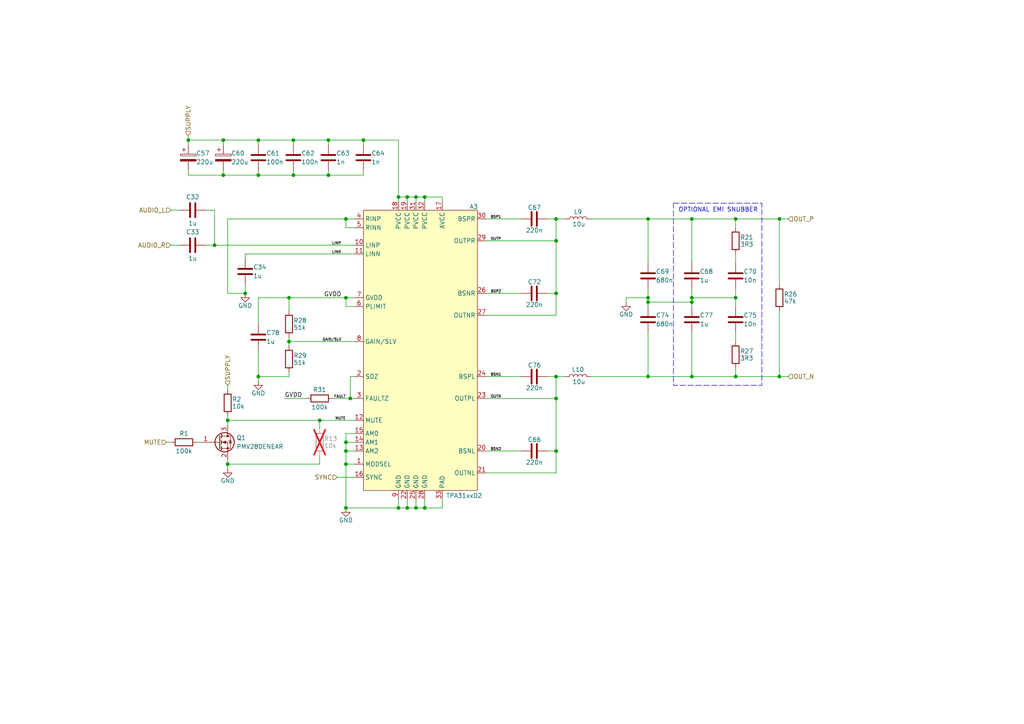
<source format=kicad_sch>
(kicad_sch
	(version 20231120)
	(generator "eeschema")
	(generator_version "8.0")
	(uuid "4ecfc208-61d4-4c91-bb5d-5d7924613586")
	(paper "A4")
	(lib_symbols
		(symbol "AlfredLib:TPA31xxD2"
			(exclude_from_sim no)
			(in_bom yes)
			(on_board yes)
			(property "Reference" "A"
				(at 34.544 1.016 0)
				(do_not_autoplace)
				(effects
					(font
						(size 1.27 1.27)
					)
				)
			)
			(property "Value" "TPA31xxD2"
				(at 31.75 -82.804 0)
				(do_not_autoplace)
				(effects
					(font
						(size 1.27 1.27)
					)
				)
			)
			(property "Footprint" ""
				(at 2.54 3.556 0)
				(effects
					(font
						(size 1.27 1.27)
					)
					(hide yes)
				)
			)
			(property "Datasheet" ""
				(at 2.54 3.556 0)
				(effects
					(font
						(size 1.27 1.27)
					)
					(hide yes)
				)
			)
			(property "Description" ""
				(at 2.54 3.556 0)
				(effects
					(font
						(size 1.27 1.27)
					)
					(hide yes)
				)
			)
			(symbol "TPA31xxD2_1_1"
				(rectangle
					(start 2.54 0)
					(end 35.56 -81.28)
					(stroke
						(width 0)
						(type default)
					)
					(fill
						(type background)
					)
				)
				(pin input line
					(at 0 -73.66 0)
					(length 2.54)
					(name "MODSEL"
						(effects
							(font
								(size 1.27 1.27)
							)
						)
					)
					(number "1"
						(effects
							(font
								(size 1.27 1.27)
							)
						)
					)
				)
				(pin input line
					(at 0 -10.16 0)
					(length 2.54)
					(name "LINP"
						(effects
							(font
								(size 1.27 1.27)
							)
						)
					)
					(number "10"
						(effects
							(font
								(size 1.27 1.27)
							)
						)
					)
				)
				(pin input line
					(at 0 -12.7 0)
					(length 2.54)
					(name "LINN"
						(effects
							(font
								(size 1.27 1.27)
							)
						)
					)
					(number "11"
						(effects
							(font
								(size 1.27 1.27)
							)
						)
					)
				)
				(pin input line
					(at 0 -60.96 0)
					(length 2.54)
					(name "MUTE"
						(effects
							(font
								(size 1.27 1.27)
							)
						)
					)
					(number "12"
						(effects
							(font
								(size 1.27 1.27)
							)
						)
					)
				)
				(pin input line
					(at 0 -69.85 0)
					(length 2.54)
					(name "AM2"
						(effects
							(font
								(size 1.27 1.27)
							)
						)
					)
					(number "13"
						(effects
							(font
								(size 1.27 1.27)
							)
						)
					)
				)
				(pin input line
					(at 0 -67.31 0)
					(length 2.54)
					(name "AM1"
						(effects
							(font
								(size 1.27 1.27)
							)
						)
					)
					(number "14"
						(effects
							(font
								(size 1.27 1.27)
							)
						)
					)
				)
				(pin input line
					(at 0 -64.77 0)
					(length 2.54)
					(name "AM0"
						(effects
							(font
								(size 1.27 1.27)
							)
						)
					)
					(number "15"
						(effects
							(font
								(size 1.27 1.27)
							)
						)
					)
				)
				(pin input line
					(at 0 -77.47 0)
					(length 2.54)
					(name "SYNC"
						(effects
							(font
								(size 1.27 1.27)
							)
						)
					)
					(number "16"
						(effects
							(font
								(size 1.27 1.27)
							)
						)
					)
				)
				(pin input line
					(at 25.4 2.54 270)
					(length 2.54)
					(name "AVCC"
						(effects
							(font
								(size 1.27 1.27)
							)
						)
					)
					(number "17"
						(effects
							(font
								(size 1.27 1.27)
							)
						)
					)
				)
				(pin input line
					(at 12.7 2.54 270)
					(length 2.54)
					(name "PVCC"
						(effects
							(font
								(size 1.27 1.27)
							)
						)
					)
					(number "18"
						(effects
							(font
								(size 1.27 1.27)
							)
						)
					)
				)
				(pin input line
					(at 15.24 2.54 270)
					(length 2.54)
					(name "PVCC"
						(effects
							(font
								(size 1.27 1.27)
							)
						)
					)
					(number "19"
						(effects
							(font
								(size 1.27 1.27)
							)
						)
					)
				)
				(pin input line
					(at 0 -48.26 0)
					(length 2.54)
					(name "SDZ"
						(effects
							(font
								(size 1.27 1.27)
							)
						)
					)
					(number "2"
						(effects
							(font
								(size 1.27 1.27)
							)
						)
					)
				)
				(pin input line
					(at 38.1 -69.85 180)
					(length 2.54)
					(name "BSNL"
						(effects
							(font
								(size 1.27 1.27)
							)
						)
					)
					(number "20"
						(effects
							(font
								(size 1.27 1.27)
							)
						)
					)
				)
				(pin input line
					(at 38.1 -76.2 180)
					(length 2.54)
					(name "OUTNL"
						(effects
							(font
								(size 1.27 1.27)
							)
						)
					)
					(number "21"
						(effects
							(font
								(size 1.27 1.27)
							)
						)
					)
				)
				(pin input line
					(at 15.24 -83.82 90)
					(length 2.54)
					(name "GND"
						(effects
							(font
								(size 1.27 1.27)
							)
						)
					)
					(number "22"
						(effects
							(font
								(size 1.27 1.27)
							)
						)
					)
				)
				(pin input line
					(at 38.1 -54.61 180)
					(length 2.54)
					(name "OUTPL"
						(effects
							(font
								(size 1.27 1.27)
							)
						)
					)
					(number "23"
						(effects
							(font
								(size 1.27 1.27)
							)
						)
					)
				)
				(pin input line
					(at 38.1 -48.26 180)
					(length 2.54)
					(name "BSPL"
						(effects
							(font
								(size 1.27 1.27)
							)
						)
					)
					(number "24"
						(effects
							(font
								(size 1.27 1.27)
							)
						)
					)
				)
				(pin input line
					(at 17.78 -83.82 90)
					(length 2.54)
					(name "GND"
						(effects
							(font
								(size 1.27 1.27)
							)
						)
					)
					(number "25"
						(effects
							(font
								(size 1.27 1.27)
							)
						)
					)
				)
				(pin input line
					(at 38.1 -24.13 180)
					(length 2.54)
					(name "BSNR"
						(effects
							(font
								(size 1.27 1.27)
							)
						)
					)
					(number "26"
						(effects
							(font
								(size 1.27 1.27)
							)
						)
					)
				)
				(pin input line
					(at 38.1 -30.48 180)
					(length 2.54)
					(name "OUTNR"
						(effects
							(font
								(size 1.27 1.27)
							)
						)
					)
					(number "27"
						(effects
							(font
								(size 1.27 1.27)
							)
						)
					)
				)
				(pin input line
					(at 20.32 -83.82 90)
					(length 2.54)
					(name "GND"
						(effects
							(font
								(size 1.27 1.27)
							)
						)
					)
					(number "28"
						(effects
							(font
								(size 1.27 1.27)
							)
						)
					)
				)
				(pin input line
					(at 38.1 -8.89 180)
					(length 2.54)
					(name "OUTPR"
						(effects
							(font
								(size 1.27 1.27)
							)
						)
					)
					(number "29"
						(effects
							(font
								(size 1.27 1.27)
							)
						)
					)
				)
				(pin input line
					(at 0 -54.61 0)
					(length 2.54)
					(name "FAULTZ"
						(effects
							(font
								(size 1.27 1.27)
							)
						)
					)
					(number "3"
						(effects
							(font
								(size 1.27 1.27)
							)
						)
					)
				)
				(pin input line
					(at 38.1 -2.54 180)
					(length 2.54)
					(name "BSPR"
						(effects
							(font
								(size 1.27 1.27)
							)
						)
					)
					(number "30"
						(effects
							(font
								(size 1.27 1.27)
							)
						)
					)
				)
				(pin input line
					(at 17.78 2.54 270)
					(length 2.54)
					(name "PVCC"
						(effects
							(font
								(size 1.27 1.27)
							)
						)
					)
					(number "31"
						(effects
							(font
								(size 1.27 1.27)
							)
						)
					)
				)
				(pin input line
					(at 20.32 2.54 270)
					(length 2.54)
					(name "PVCC"
						(effects
							(font
								(size 1.27 1.27)
							)
						)
					)
					(number "32"
						(effects
							(font
								(size 1.27 1.27)
							)
						)
					)
				)
				(pin input line
					(at 25.4 -83.82 90)
					(length 2.54)
					(name "PAD"
						(effects
							(font
								(size 1.27 1.27)
							)
						)
					)
					(number "33"
						(effects
							(font
								(size 1.27 1.27)
							)
						)
					)
				)
				(pin input line
					(at 0 -2.54 0)
					(length 2.54)
					(name "RINP"
						(effects
							(font
								(size 1.27 1.27)
							)
						)
					)
					(number "4"
						(effects
							(font
								(size 1.27 1.27)
							)
						)
					)
				)
				(pin input line
					(at 0 -5.08 0)
					(length 2.54)
					(name "RINN"
						(effects
							(font
								(size 1.27 1.27)
							)
						)
					)
					(number "5"
						(effects
							(font
								(size 1.27 1.27)
							)
						)
					)
				)
				(pin input line
					(at 0 -27.94 0)
					(length 2.54)
					(name "PLIMIT"
						(effects
							(font
								(size 1.27 1.27)
							)
						)
					)
					(number "6"
						(effects
							(font
								(size 1.27 1.27)
							)
						)
					)
				)
				(pin input line
					(at 0 -25.4 0)
					(length 2.54)
					(name "GVDD"
						(effects
							(font
								(size 1.27 1.27)
							)
						)
					)
					(number "7"
						(effects
							(font
								(size 1.27 1.27)
							)
						)
					)
				)
				(pin input line
					(at 0 -38.1 0)
					(length 2.54)
					(name "GAIN/SLV"
						(effects
							(font
								(size 1.27 1.27)
							)
						)
					)
					(number "8"
						(effects
							(font
								(size 1.27 1.27)
							)
						)
					)
				)
				(pin input line
					(at 12.7 -83.82 90)
					(length 2.54)
					(name "GND"
						(effects
							(font
								(size 1.27 1.27)
							)
						)
					)
					(number "9"
						(effects
							(font
								(size 1.27 1.27)
							)
						)
					)
				)
			)
		)
		(symbol "Device:C"
			(pin_numbers hide)
			(pin_names
				(offset 0.254)
			)
			(exclude_from_sim no)
			(in_bom yes)
			(on_board yes)
			(property "Reference" "C"
				(at 0.635 2.54 0)
				(effects
					(font
						(size 1.27 1.27)
					)
					(justify left)
				)
			)
			(property "Value" "C"
				(at 0.635 -2.54 0)
				(effects
					(font
						(size 1.27 1.27)
					)
					(justify left)
				)
			)
			(property "Footprint" ""
				(at 0.9652 -3.81 0)
				(effects
					(font
						(size 1.27 1.27)
					)
					(hide yes)
				)
			)
			(property "Datasheet" "~"
				(at 0 0 0)
				(effects
					(font
						(size 1.27 1.27)
					)
					(hide yes)
				)
			)
			(property "Description" "Unpolarized capacitor"
				(at 0 0 0)
				(effects
					(font
						(size 1.27 1.27)
					)
					(hide yes)
				)
			)
			(property "ki_keywords" "cap capacitor"
				(at 0 0 0)
				(effects
					(font
						(size 1.27 1.27)
					)
					(hide yes)
				)
			)
			(property "ki_fp_filters" "C_*"
				(at 0 0 0)
				(effects
					(font
						(size 1.27 1.27)
					)
					(hide yes)
				)
			)
			(symbol "C_0_1"
				(polyline
					(pts
						(xy -2.032 -0.762) (xy 2.032 -0.762)
					)
					(stroke
						(width 0.508)
						(type default)
					)
					(fill
						(type none)
					)
				)
				(polyline
					(pts
						(xy -2.032 0.762) (xy 2.032 0.762)
					)
					(stroke
						(width 0.508)
						(type default)
					)
					(fill
						(type none)
					)
				)
			)
			(symbol "C_1_1"
				(pin passive line
					(at 0 3.81 270)
					(length 2.794)
					(name "~"
						(effects
							(font
								(size 1.27 1.27)
							)
						)
					)
					(number "1"
						(effects
							(font
								(size 1.27 1.27)
							)
						)
					)
				)
				(pin passive line
					(at 0 -3.81 90)
					(length 2.794)
					(name "~"
						(effects
							(font
								(size 1.27 1.27)
							)
						)
					)
					(number "2"
						(effects
							(font
								(size 1.27 1.27)
							)
						)
					)
				)
			)
		)
		(symbol "Device:C_Polarized"
			(pin_numbers hide)
			(pin_names
				(offset 0.254)
			)
			(exclude_from_sim no)
			(in_bom yes)
			(on_board yes)
			(property "Reference" "C"
				(at 0.635 2.54 0)
				(effects
					(font
						(size 1.27 1.27)
					)
					(justify left)
				)
			)
			(property "Value" "C_Polarized"
				(at 0.635 -2.54 0)
				(effects
					(font
						(size 1.27 1.27)
					)
					(justify left)
				)
			)
			(property "Footprint" ""
				(at 0.9652 -3.81 0)
				(effects
					(font
						(size 1.27 1.27)
					)
					(hide yes)
				)
			)
			(property "Datasheet" "~"
				(at 0 0 0)
				(effects
					(font
						(size 1.27 1.27)
					)
					(hide yes)
				)
			)
			(property "Description" "Polarized capacitor"
				(at 0 0 0)
				(effects
					(font
						(size 1.27 1.27)
					)
					(hide yes)
				)
			)
			(property "ki_keywords" "cap capacitor"
				(at 0 0 0)
				(effects
					(font
						(size 1.27 1.27)
					)
					(hide yes)
				)
			)
			(property "ki_fp_filters" "CP_*"
				(at 0 0 0)
				(effects
					(font
						(size 1.27 1.27)
					)
					(hide yes)
				)
			)
			(symbol "C_Polarized_0_1"
				(rectangle
					(start -2.286 0.508)
					(end 2.286 1.016)
					(stroke
						(width 0)
						(type default)
					)
					(fill
						(type none)
					)
				)
				(polyline
					(pts
						(xy -1.778 2.286) (xy -0.762 2.286)
					)
					(stroke
						(width 0)
						(type default)
					)
					(fill
						(type none)
					)
				)
				(polyline
					(pts
						(xy -1.27 2.794) (xy -1.27 1.778)
					)
					(stroke
						(width 0)
						(type default)
					)
					(fill
						(type none)
					)
				)
				(rectangle
					(start 2.286 -0.508)
					(end -2.286 -1.016)
					(stroke
						(width 0)
						(type default)
					)
					(fill
						(type outline)
					)
				)
			)
			(symbol "C_Polarized_1_1"
				(pin passive line
					(at 0 3.81 270)
					(length 2.794)
					(name "~"
						(effects
							(font
								(size 1.27 1.27)
							)
						)
					)
					(number "1"
						(effects
							(font
								(size 1.27 1.27)
							)
						)
					)
				)
				(pin passive line
					(at 0 -3.81 90)
					(length 2.794)
					(name "~"
						(effects
							(font
								(size 1.27 1.27)
							)
						)
					)
					(number "2"
						(effects
							(font
								(size 1.27 1.27)
							)
						)
					)
				)
			)
		)
		(symbol "Device:L"
			(pin_numbers hide)
			(pin_names
				(offset 1.016) hide)
			(exclude_from_sim no)
			(in_bom yes)
			(on_board yes)
			(property "Reference" "L"
				(at -1.27 0 90)
				(effects
					(font
						(size 1.27 1.27)
					)
				)
			)
			(property "Value" "L"
				(at 1.905 0 90)
				(effects
					(font
						(size 1.27 1.27)
					)
				)
			)
			(property "Footprint" ""
				(at 0 0 0)
				(effects
					(font
						(size 1.27 1.27)
					)
					(hide yes)
				)
			)
			(property "Datasheet" "~"
				(at 0 0 0)
				(effects
					(font
						(size 1.27 1.27)
					)
					(hide yes)
				)
			)
			(property "Description" "Inductor"
				(at 0 0 0)
				(effects
					(font
						(size 1.27 1.27)
					)
					(hide yes)
				)
			)
			(property "ki_keywords" "inductor choke coil reactor magnetic"
				(at 0 0 0)
				(effects
					(font
						(size 1.27 1.27)
					)
					(hide yes)
				)
			)
			(property "ki_fp_filters" "Choke_* *Coil* Inductor_* L_*"
				(at 0 0 0)
				(effects
					(font
						(size 1.27 1.27)
					)
					(hide yes)
				)
			)
			(symbol "L_0_1"
				(arc
					(start 0 -2.54)
					(mid 0.6323 -1.905)
					(end 0 -1.27)
					(stroke
						(width 0)
						(type default)
					)
					(fill
						(type none)
					)
				)
				(arc
					(start 0 -1.27)
					(mid 0.6323 -0.635)
					(end 0 0)
					(stroke
						(width 0)
						(type default)
					)
					(fill
						(type none)
					)
				)
				(arc
					(start 0 0)
					(mid 0.6323 0.635)
					(end 0 1.27)
					(stroke
						(width 0)
						(type default)
					)
					(fill
						(type none)
					)
				)
				(arc
					(start 0 1.27)
					(mid 0.6323 1.905)
					(end 0 2.54)
					(stroke
						(width 0)
						(type default)
					)
					(fill
						(type none)
					)
				)
			)
			(symbol "L_1_1"
				(pin passive line
					(at 0 3.81 270)
					(length 1.27)
					(name "1"
						(effects
							(font
								(size 1.27 1.27)
							)
						)
					)
					(number "1"
						(effects
							(font
								(size 1.27 1.27)
							)
						)
					)
				)
				(pin passive line
					(at 0 -3.81 90)
					(length 1.27)
					(name "2"
						(effects
							(font
								(size 1.27 1.27)
							)
						)
					)
					(number "2"
						(effects
							(font
								(size 1.27 1.27)
							)
						)
					)
				)
			)
		)
		(symbol "Device:R"
			(pin_numbers hide)
			(pin_names
				(offset 0)
			)
			(exclude_from_sim no)
			(in_bom yes)
			(on_board yes)
			(property "Reference" "R"
				(at 2.032 0 90)
				(effects
					(font
						(size 1.27 1.27)
					)
				)
			)
			(property "Value" "R"
				(at 0 0 90)
				(effects
					(font
						(size 1.27 1.27)
					)
				)
			)
			(property "Footprint" ""
				(at -1.778 0 90)
				(effects
					(font
						(size 1.27 1.27)
					)
					(hide yes)
				)
			)
			(property "Datasheet" "~"
				(at 0 0 0)
				(effects
					(font
						(size 1.27 1.27)
					)
					(hide yes)
				)
			)
			(property "Description" "Resistor"
				(at 0 0 0)
				(effects
					(font
						(size 1.27 1.27)
					)
					(hide yes)
				)
			)
			(property "ki_keywords" "R res resistor"
				(at 0 0 0)
				(effects
					(font
						(size 1.27 1.27)
					)
					(hide yes)
				)
			)
			(property "ki_fp_filters" "R_*"
				(at 0 0 0)
				(effects
					(font
						(size 1.27 1.27)
					)
					(hide yes)
				)
			)
			(symbol "R_0_1"
				(rectangle
					(start -1.016 -2.54)
					(end 1.016 2.54)
					(stroke
						(width 0.254)
						(type default)
					)
					(fill
						(type none)
					)
				)
			)
			(symbol "R_1_1"
				(pin passive line
					(at 0 3.81 270)
					(length 1.27)
					(name "~"
						(effects
							(font
								(size 1.27 1.27)
							)
						)
					)
					(number "1"
						(effects
							(font
								(size 1.27 1.27)
							)
						)
					)
				)
				(pin passive line
					(at 0 -3.81 90)
					(length 1.27)
					(name "~"
						(effects
							(font
								(size 1.27 1.27)
							)
						)
					)
					(number "2"
						(effects
							(font
								(size 1.27 1.27)
							)
						)
					)
				)
			)
		)
		(symbol "Lund Formula Student:PMV280ENEAR"
			(pin_names hide)
			(exclude_from_sim no)
			(in_bom yes)
			(on_board yes)
			(property "Reference" "Q"
				(at -3.81 6.35 0)
				(effects
					(font
						(size 1.27 1.27)
					)
				)
			)
			(property "Value" "PMV280ENEAR"
				(at -10.16 3.81 0)
				(effects
					(font
						(size 1.27 1.27)
					)
				)
			)
			(property "Footprint" "Lund Formula Student:SOT95P230X110-3N"
				(at -5.842 20.574 0)
				(effects
					(font
						(size 1.27 1.27)
					)
					(hide yes)
				)
			)
			(property "Datasheet" "https://assets.nexperia.com/documents/data-sheet/PMV280ENEA.pdf?hkey=EF798316E3902B6ED9A73243A3159BB0"
				(at -2.54 14.224 0)
				(effects
					(font
						(size 1.27 1.27)
					)
					(hide yes)
				)
			)
			(property "Description" "100 V, N-channel Trench MOSFET"
				(at -4.064 17.526 0)
				(effects
					(font
						(size 1.27 1.27)
					)
					(hide yes)
				)
			)
			(property "ki_keywords" "MOSFET, NMOS; N, N-Channel"
				(at 0 0 0)
				(effects
					(font
						(size 1.27 1.27)
					)
					(hide yes)
				)
			)
			(symbol "PMV280ENEAR_0_1"
				(circle
					(center -0.889 0)
					(radius 2.794)
					(stroke
						(width 0.254)
						(type default)
					)
					(fill
						(type none)
					)
				)
				(circle
					(center 0 -1.778)
					(radius 0.254)
					(stroke
						(width 0)
						(type default)
					)
					(fill
						(type outline)
					)
				)
				(polyline
					(pts
						(xy -2.286 0) (xy -5.08 0)
					)
					(stroke
						(width 0)
						(type default)
					)
					(fill
						(type none)
					)
				)
				(polyline
					(pts
						(xy -2.286 1.905) (xy -2.286 -1.905)
					)
					(stroke
						(width 0.254)
						(type default)
					)
					(fill
						(type none)
					)
				)
				(polyline
					(pts
						(xy -1.778 -1.27) (xy -1.778 -2.286)
					)
					(stroke
						(width 0.254)
						(type default)
					)
					(fill
						(type none)
					)
				)
				(polyline
					(pts
						(xy -1.778 0.508) (xy -1.778 -0.508)
					)
					(stroke
						(width 0.254)
						(type default)
					)
					(fill
						(type none)
					)
				)
				(polyline
					(pts
						(xy -1.778 2.286) (xy -1.778 1.27)
					)
					(stroke
						(width 0.254)
						(type default)
					)
					(fill
						(type none)
					)
				)
				(polyline
					(pts
						(xy 0 2.54) (xy 0 1.778)
					)
					(stroke
						(width 0)
						(type default)
					)
					(fill
						(type none)
					)
				)
				(polyline
					(pts
						(xy 0 -2.54) (xy 0 0) (xy -1.778 0)
					)
					(stroke
						(width 0)
						(type default)
					)
					(fill
						(type none)
					)
				)
				(polyline
					(pts
						(xy -1.778 -1.778) (xy 0.762 -1.778) (xy 0.762 1.778) (xy -1.778 1.778)
					)
					(stroke
						(width 0)
						(type default)
					)
					(fill
						(type none)
					)
				)
				(polyline
					(pts
						(xy -1.524 0) (xy -0.508 0.381) (xy -0.508 -0.381) (xy -1.524 0)
					)
					(stroke
						(width 0)
						(type default)
					)
					(fill
						(type outline)
					)
				)
				(polyline
					(pts
						(xy 0.254 0.508) (xy 0.381 0.381) (xy 1.143 0.381) (xy 1.27 0.254)
					)
					(stroke
						(width 0)
						(type default)
					)
					(fill
						(type none)
					)
				)
				(polyline
					(pts
						(xy 0.762 0.381) (xy 0.381 -0.254) (xy 1.143 -0.254) (xy 0.762 0.381)
					)
					(stroke
						(width 0)
						(type default)
					)
					(fill
						(type none)
					)
				)
				(circle
					(center 0 1.778)
					(radius 0.254)
					(stroke
						(width 0)
						(type default)
					)
					(fill
						(type outline)
					)
				)
			)
			(symbol "PMV280ENEAR_1_1"
				(pin input line
					(at -7.62 0 0)
					(length 2.54)
					(name "G"
						(effects
							(font
								(size 1.27 1.27)
							)
						)
					)
					(number "1"
						(effects
							(font
								(size 1.27 1.27)
							)
						)
					)
				)
				(pin passive line
					(at 0 -5.08 90)
					(length 2.54)
					(name "S"
						(effects
							(font
								(size 1.27 1.27)
							)
						)
					)
					(number "2"
						(effects
							(font
								(size 1.27 1.27)
							)
						)
					)
				)
				(pin passive line
					(at 0 5.08 270)
					(length 2.54)
					(name "D"
						(effects
							(font
								(size 1.27 1.27)
							)
						)
					)
					(number "3"
						(effects
							(font
								(size 1.27 1.27)
							)
						)
					)
				)
			)
		)
		(symbol "power:GND"
			(power)
			(pin_numbers hide)
			(pin_names
				(offset 0) hide)
			(exclude_from_sim no)
			(in_bom yes)
			(on_board yes)
			(property "Reference" "#PWR"
				(at 0 -6.35 0)
				(effects
					(font
						(size 1.27 1.27)
					)
					(hide yes)
				)
			)
			(property "Value" "GND"
				(at 0 -3.81 0)
				(effects
					(font
						(size 1.27 1.27)
					)
				)
			)
			(property "Footprint" ""
				(at 0 0 0)
				(effects
					(font
						(size 1.27 1.27)
					)
					(hide yes)
				)
			)
			(property "Datasheet" ""
				(at 0 0 0)
				(effects
					(font
						(size 1.27 1.27)
					)
					(hide yes)
				)
			)
			(property "Description" "Power symbol creates a global label with name \"GND\" , ground"
				(at 0 0 0)
				(effects
					(font
						(size 1.27 1.27)
					)
					(hide yes)
				)
			)
			(property "ki_keywords" "global power"
				(at 0 0 0)
				(effects
					(font
						(size 1.27 1.27)
					)
					(hide yes)
				)
			)
			(symbol "GND_0_1"
				(polyline
					(pts
						(xy 0 0) (xy 0 -1.27) (xy 1.27 -1.27) (xy 0 -2.54) (xy -1.27 -1.27) (xy 0 -1.27)
					)
					(stroke
						(width 0)
						(type default)
					)
					(fill
						(type none)
					)
				)
			)
			(symbol "GND_1_1"
				(pin power_in line
					(at 0 0 270)
					(length 0)
					(name "~"
						(effects
							(font
								(size 1.27 1.27)
							)
						)
					)
					(number "1"
						(effects
							(font
								(size 1.27 1.27)
							)
						)
					)
				)
			)
		)
	)
	(junction
		(at 95.25 40.64)
		(diameter 0)
		(color 0 0 0 0)
		(uuid "025505dc-2fea-488e-9d0c-5994a395a82a")
	)
	(junction
		(at 123.19 57.15)
		(diameter 0)
		(color 0 0 0 0)
		(uuid "0aa685b5-a389-4f46-8c9d-42e6d0f3bdde")
	)
	(junction
		(at 100.33 86.36)
		(diameter 0)
		(color 0 0 0 0)
		(uuid "0b3337d5-dfc6-4268-aba4-4a5790c759a4")
	)
	(junction
		(at 64.77 40.64)
		(diameter 0)
		(color 0 0 0 0)
		(uuid "0de84d13-db84-489e-9e31-d6ec9c858495")
	)
	(junction
		(at 187.96 86.36)
		(diameter 0)
		(color 0 0 0 0)
		(uuid "13e86998-492a-4e46-9ffa-96fe61464152")
	)
	(junction
		(at 66.04 121.92)
		(diameter 0)
		(color 0 0 0 0)
		(uuid "1bfa64c0-fab9-4a59-95c0-f12b9d9006c5")
	)
	(junction
		(at 200.66 109.22)
		(diameter 0)
		(color 0 0 0 0)
		(uuid "1dc70ca4-8a94-4193-9acb-8bc7b3b6c535")
	)
	(junction
		(at 95.25 50.8)
		(diameter 0)
		(color 0 0 0 0)
		(uuid "28fc0bfa-99eb-41da-8546-154e6db9355e")
	)
	(junction
		(at 100.33 147.32)
		(diameter 0)
		(color 0 0 0 0)
		(uuid "35d73f72-8cda-4b77-8529-f8238f661e57")
	)
	(junction
		(at 83.82 86.36)
		(diameter 0)
		(color 0 0 0 0)
		(uuid "3fb4cbb2-8d6f-4fc3-b0a2-c54c9f4e3482")
	)
	(junction
		(at 226.06 109.22)
		(diameter 0)
		(color 0 0 0 0)
		(uuid "42099e48-a5f3-4dea-9394-09ce84d063b5")
	)
	(junction
		(at 161.29 115.57)
		(diameter 0)
		(color 0 0 0 0)
		(uuid "469f0813-8039-4d2f-b876-45a2e5ef3cc8")
	)
	(junction
		(at 74.93 50.8)
		(diameter 0)
		(color 0 0 0 0)
		(uuid "51711fee-5e74-4ac5-bb63-4d924d4a651f")
	)
	(junction
		(at 100.33 134.62)
		(diameter 0)
		(color 0 0 0 0)
		(uuid "5354e08a-09ee-41f9-9fb0-c56e354c67fe")
	)
	(junction
		(at 54.61 40.64)
		(diameter 0)
		(color 0 0 0 0)
		(uuid "57ea5728-8d2c-4299-a1ce-cc5453188a2c")
	)
	(junction
		(at 71.12 85.09)
		(diameter 0)
		(color 0 0 0 0)
		(uuid "5e627c3f-c2d6-4cc3-ae45-2de8a041369a")
	)
	(junction
		(at 187.96 87.63)
		(diameter 0)
		(color 0 0 0 0)
		(uuid "6c21f819-5cf9-4017-8099-1361abf1828c")
	)
	(junction
		(at 115.57 147.32)
		(diameter 0)
		(color 0 0 0 0)
		(uuid "742152a3-f418-4796-ae71-7ee769bf1442")
	)
	(junction
		(at 83.82 99.06)
		(diameter 0)
		(color 0 0 0 0)
		(uuid "75a04285-e133-4083-90b2-2d2df966b0f2")
	)
	(junction
		(at 115.57 57.15)
		(diameter 0)
		(color 0 0 0 0)
		(uuid "77381593-b4c2-4455-a8b0-9596f1e29617")
	)
	(junction
		(at 226.06 63.5)
		(diameter 0)
		(color 0 0 0 0)
		(uuid "7a783530-e170-4474-8fc3-d36fd85ade08")
	)
	(junction
		(at 120.65 147.32)
		(diameter 0)
		(color 0 0 0 0)
		(uuid "7e06a99d-4c63-4c2c-9fd5-b2fcb896e1f1")
	)
	(junction
		(at 161.29 130.81)
		(diameter 0)
		(color 0 0 0 0)
		(uuid "8ad93d3a-0f31-4885-a2e3-7d9192707d33")
	)
	(junction
		(at 100.33 130.81)
		(diameter 0)
		(color 0 0 0 0)
		(uuid "9453cf7b-7497-4975-8d68-7b039b13f441")
	)
	(junction
		(at 66.04 134.62)
		(diameter 0)
		(color 0 0 0 0)
		(uuid "99adf0d9-263a-4cc5-b34f-474e587b2707")
	)
	(junction
		(at 118.11 147.32)
		(diameter 0)
		(color 0 0 0 0)
		(uuid "9d989aa9-35d8-40a2-b142-3a3785d16aa0")
	)
	(junction
		(at 213.36 86.36)
		(diameter 0)
		(color 0 0 0 0)
		(uuid "9d9d9e1e-a5b3-4f59-bb3f-fd4ab1f2080c")
	)
	(junction
		(at 200.66 87.63)
		(diameter 0)
		(color 0 0 0 0)
		(uuid "9e1b9eb5-fe42-4703-abae-3bc640b7f5db")
	)
	(junction
		(at 64.77 50.8)
		(diameter 0)
		(color 0 0 0 0)
		(uuid "9f2fdf24-6837-43ee-af10-cf5a2b2fe13e")
	)
	(junction
		(at 187.96 63.5)
		(diameter 0)
		(color 0 0 0 0)
		(uuid "a3d4466f-0b50-4d66-a290-50a62c02becb")
	)
	(junction
		(at 213.36 109.22)
		(diameter 0)
		(color 0 0 0 0)
		(uuid "a97fe8cd-5962-4041-a244-f58038063737")
	)
	(junction
		(at 213.36 63.5)
		(diameter 0)
		(color 0 0 0 0)
		(uuid "abcbe1a9-ac56-4b67-82aa-6eaaf9456833")
	)
	(junction
		(at 187.96 109.22)
		(diameter 0)
		(color 0 0 0 0)
		(uuid "ae8cdfb2-eb0d-4299-a43c-07228d07ca41")
	)
	(junction
		(at 100.33 128.27)
		(diameter 0)
		(color 0 0 0 0)
		(uuid "b7333836-35ce-46ca-8cda-a4190ceb5a8e")
	)
	(junction
		(at 123.19 147.32)
		(diameter 0)
		(color 0 0 0 0)
		(uuid "bb6ccf6a-396d-4391-bb2f-35c38c5e0c22")
	)
	(junction
		(at 85.09 50.8)
		(diameter 0)
		(color 0 0 0 0)
		(uuid "bfdcc08e-eb91-4ccd-b2bd-53cbcb4bca45")
	)
	(junction
		(at 161.29 109.22)
		(diameter 0)
		(color 0 0 0 0)
		(uuid "ca23a152-1e06-4e86-a819-916e2ab6fd0f")
	)
	(junction
		(at 101.6 115.57)
		(diameter 0)
		(color 0 0 0 0)
		(uuid "cebfc989-3ed5-467e-9ae3-cd027547ea19")
	)
	(junction
		(at 200.66 86.36)
		(diameter 0)
		(color 0 0 0 0)
		(uuid "d09040f7-186a-4770-a928-08e46952cb84")
	)
	(junction
		(at 200.66 63.5)
		(diameter 0)
		(color 0 0 0 0)
		(uuid "d0bdf332-3df1-471b-b71d-e31fbbe1fbf6")
	)
	(junction
		(at 62.23 71.12)
		(diameter 0)
		(color 0 0 0 0)
		(uuid "d23cb1d2-8bd2-435c-9b15-8a6fc595ad02")
	)
	(junction
		(at 118.11 57.15)
		(diameter 0)
		(color 0 0 0 0)
		(uuid "d2412a8f-95ab-4cb5-bb99-fee167ff9b5d")
	)
	(junction
		(at 92.71 121.92)
		(diameter 0)
		(color 0 0 0 0)
		(uuid "d33e4aa2-a5c0-4b37-9053-e855575bfe1b")
	)
	(junction
		(at 85.09 40.64)
		(diameter 0)
		(color 0 0 0 0)
		(uuid "d6ff7620-3a82-48d6-8155-b3bbb91aad3b")
	)
	(junction
		(at 120.65 57.15)
		(diameter 0)
		(color 0 0 0 0)
		(uuid "d988d8d3-f6b4-4960-bf15-a534c53ec325")
	)
	(junction
		(at 74.93 40.64)
		(diameter 0)
		(color 0 0 0 0)
		(uuid "dac35832-8bc4-496b-81e8-20577f14f16d")
	)
	(junction
		(at 161.29 69.85)
		(diameter 0)
		(color 0 0 0 0)
		(uuid "e1feb322-ffa1-44e5-89e0-84215264bfe0")
	)
	(junction
		(at 161.29 63.5)
		(diameter 0)
		(color 0 0 0 0)
		(uuid "e7c87c67-7a7a-44b2-bf1f-4c39c21b594e")
	)
	(junction
		(at 100.33 63.5)
		(diameter 0)
		(color 0 0 0 0)
		(uuid "eaab385c-3fc2-4eaa-b0c4-54237966f0f4")
	)
	(junction
		(at 161.29 85.09)
		(diameter 0)
		(color 0 0 0 0)
		(uuid "ee181c25-a66b-47ab-8525-062ffd818386")
	)
	(junction
		(at 105.41 40.64)
		(diameter 0)
		(color 0 0 0 0)
		(uuid "f68ec10d-9958-492c-9ad1-3d1c666936d2")
	)
	(junction
		(at 74.93 109.22)
		(diameter 0)
		(color 0 0 0 0)
		(uuid "ff2862a8-acec-476a-a824-3aed3cb44c09")
	)
	(wire
		(pts
			(xy 200.66 86.36) (xy 213.36 86.36)
		)
		(stroke
			(width 0)
			(type default)
		)
		(uuid "0011c45f-abd6-4433-83e0-657ac25c66ef")
	)
	(wire
		(pts
			(xy 140.97 115.57) (xy 161.29 115.57)
		)
		(stroke
			(width 0)
			(type default)
		)
		(uuid "00383522-be0e-4bec-ab83-6749bbc7607c")
	)
	(wire
		(pts
			(xy 83.82 97.79) (xy 83.82 99.06)
		)
		(stroke
			(width 0)
			(type default)
		)
		(uuid "01bfb689-ee41-42bc-a310-71fb2c1b725f")
	)
	(wire
		(pts
			(xy 213.36 109.22) (xy 226.06 109.22)
		)
		(stroke
			(width 0)
			(type default)
		)
		(uuid "04e3dc93-4355-430d-b820-4739b29c2602")
	)
	(wire
		(pts
			(xy 74.93 50.8) (xy 64.77 50.8)
		)
		(stroke
			(width 0)
			(type default)
		)
		(uuid "050b2f0c-f35f-4e3b-8dc0-cf1152b7d812")
	)
	(wire
		(pts
			(xy 213.36 83.82) (xy 213.36 86.36)
		)
		(stroke
			(width 0)
			(type default)
		)
		(uuid "054fd043-c82a-4384-9506-b9ae3c756926")
	)
	(wire
		(pts
			(xy 161.29 91.44) (xy 161.29 85.09)
		)
		(stroke
			(width 0)
			(type default)
		)
		(uuid "09d939ea-95a5-4b01-b735-5896ffc2f46e")
	)
	(wire
		(pts
			(xy 161.29 63.5) (xy 163.83 63.5)
		)
		(stroke
			(width 0)
			(type default)
		)
		(uuid "0c161261-d6f6-4504-915f-8ce0b515d97a")
	)
	(wire
		(pts
			(xy 57.15 128.27) (xy 58.42 128.27)
		)
		(stroke
			(width 0)
			(type default)
		)
		(uuid "0cb0efc8-480b-437a-9a78-87cde54eb5e8")
	)
	(wire
		(pts
			(xy 100.33 134.62) (xy 100.33 147.32)
		)
		(stroke
			(width 0)
			(type default)
		)
		(uuid "0dce0822-3c88-448d-b8a6-e1581ef626c6")
	)
	(wire
		(pts
			(xy 59.69 60.96) (xy 62.23 60.96)
		)
		(stroke
			(width 0)
			(type default)
		)
		(uuid "0e65cdf1-ec3d-4670-9636-8e4b7501934f")
	)
	(wire
		(pts
			(xy 66.04 63.5) (xy 100.33 63.5)
		)
		(stroke
			(width 0)
			(type default)
		)
		(uuid "12d64052-431a-4397-98af-a7a01305b48c")
	)
	(wire
		(pts
			(xy 140.97 63.5) (xy 151.13 63.5)
		)
		(stroke
			(width 0)
			(type default)
		)
		(uuid "12f0dcc7-cdc9-4a75-90c0-e289ba9438e7")
	)
	(wire
		(pts
			(xy 92.71 121.92) (xy 102.87 121.92)
		)
		(stroke
			(width 0)
			(type default)
		)
		(uuid "1332146a-0dca-43f2-941c-fc99cfc375a4")
	)
	(wire
		(pts
			(xy 200.66 83.82) (xy 200.66 86.36)
		)
		(stroke
			(width 0)
			(type default)
		)
		(uuid "1416408f-226b-4871-88f6-22a379ed53fb")
	)
	(wire
		(pts
			(xy 115.57 144.78) (xy 115.57 147.32)
		)
		(stroke
			(width 0)
			(type default)
		)
		(uuid "1475c9cb-611a-4adb-b3bd-ba2a92bbe383")
	)
	(wire
		(pts
			(xy 161.29 115.57) (xy 161.29 130.81)
		)
		(stroke
			(width 0)
			(type default)
		)
		(uuid "186efed6-8ec8-4c78-a063-e9fa14b7f8bf")
	)
	(wire
		(pts
			(xy 95.25 40.64) (xy 95.25 41.91)
		)
		(stroke
			(width 0)
			(type default)
		)
		(uuid "1962d7f5-d99e-4479-8432-696bf5a66c0d")
	)
	(wire
		(pts
			(xy 115.57 147.32) (xy 118.11 147.32)
		)
		(stroke
			(width 0)
			(type default)
		)
		(uuid "1f958a7c-4cdb-41c6-9849-baef15e2970b")
	)
	(wire
		(pts
			(xy 161.29 63.5) (xy 158.75 63.5)
		)
		(stroke
			(width 0)
			(type default)
		)
		(uuid "21255af8-6c34-47ba-ba71-2dd0d7f952c3")
	)
	(wire
		(pts
			(xy 62.23 60.96) (xy 62.23 71.12)
		)
		(stroke
			(width 0)
			(type default)
		)
		(uuid "23fbf6d7-df96-4087-b851-9ef103151622")
	)
	(wire
		(pts
			(xy 66.04 134.62) (xy 66.04 133.35)
		)
		(stroke
			(width 0)
			(type default)
		)
		(uuid "24b87104-3e21-47b3-87c9-72bd6c0e089c")
	)
	(wire
		(pts
			(xy 187.96 76.2) (xy 187.96 63.5)
		)
		(stroke
			(width 0)
			(type default)
		)
		(uuid "24bfb2cb-d12e-443e-8d4b-036cb68be91f")
	)
	(wire
		(pts
			(xy 140.97 91.44) (xy 161.29 91.44)
		)
		(stroke
			(width 0)
			(type default)
		)
		(uuid "256e885d-e623-488f-9260-263935141431")
	)
	(wire
		(pts
			(xy 49.53 71.12) (xy 52.07 71.12)
		)
		(stroke
			(width 0)
			(type default)
		)
		(uuid "25d40d78-959e-426a-b831-fb7dafbbd2c1")
	)
	(wire
		(pts
			(xy 71.12 73.66) (xy 102.87 73.66)
		)
		(stroke
			(width 0)
			(type default)
		)
		(uuid "2759fc5e-2d70-4d3d-81a2-3f0ce88796af")
	)
	(wire
		(pts
			(xy 213.36 73.66) (xy 213.36 76.2)
		)
		(stroke
			(width 0)
			(type default)
		)
		(uuid "2ce0042d-9579-4c44-8d53-6e804ee52c0d")
	)
	(wire
		(pts
			(xy 54.61 50.8) (xy 54.61 49.53)
		)
		(stroke
			(width 0)
			(type default)
		)
		(uuid "2cf9fe6f-fb9a-48c5-9932-64db2717cc6b")
	)
	(wire
		(pts
			(xy 74.93 109.22) (xy 74.93 101.6)
		)
		(stroke
			(width 0)
			(type default)
		)
		(uuid "2d2d515b-946b-4282-897e-9bcf0488edc2")
	)
	(wire
		(pts
			(xy 187.96 109.22) (xy 200.66 109.22)
		)
		(stroke
			(width 0)
			(type default)
		)
		(uuid "2d992833-8117-4684-83ba-bfa97cd5950f")
	)
	(wire
		(pts
			(xy 74.93 93.98) (xy 74.93 86.36)
		)
		(stroke
			(width 0)
			(type default)
		)
		(uuid "2f64d75b-9120-4373-b01c-430b80544f79")
	)
	(wire
		(pts
			(xy 120.65 57.15) (xy 123.19 57.15)
		)
		(stroke
			(width 0)
			(type default)
		)
		(uuid "301e13e9-e9d3-4272-b1af-43953f187d69")
	)
	(wire
		(pts
			(xy 213.36 99.06) (xy 213.36 96.52)
		)
		(stroke
			(width 0)
			(type default)
		)
		(uuid "3359c595-d203-421c-a9b6-6bdfb6b5bc98")
	)
	(wire
		(pts
			(xy 171.45 109.22) (xy 187.96 109.22)
		)
		(stroke
			(width 0)
			(type default)
		)
		(uuid "352c94a1-84ef-449c-a708-2e517c5f2da7")
	)
	(wire
		(pts
			(xy 181.61 86.36) (xy 181.61 87.63)
		)
		(stroke
			(width 0)
			(type default)
		)
		(uuid "37271783-63e7-4187-bb4d-6888a30e5974")
	)
	(wire
		(pts
			(xy 74.93 40.64) (xy 85.09 40.64)
		)
		(stroke
			(width 0)
			(type default)
		)
		(uuid "3af12330-5ddb-490d-8358-11d091bc0142")
	)
	(wire
		(pts
			(xy 123.19 58.42) (xy 123.19 57.15)
		)
		(stroke
			(width 0)
			(type default)
		)
		(uuid "3e58fd9a-b89b-42c3-a053-81a5e3fa9c83")
	)
	(wire
		(pts
			(xy 100.33 63.5) (xy 100.33 66.04)
		)
		(stroke
			(width 0)
			(type default)
		)
		(uuid "4153af81-e64e-4267-bb5c-da5990052222")
	)
	(wire
		(pts
			(xy 115.57 57.15) (xy 115.57 40.64)
		)
		(stroke
			(width 0)
			(type default)
		)
		(uuid "41d95e1a-28f7-4319-acd6-4966056fbd48")
	)
	(wire
		(pts
			(xy 100.33 66.04) (xy 102.87 66.04)
		)
		(stroke
			(width 0)
			(type default)
		)
		(uuid "41ea457a-f72d-4978-885c-cc596c5e1de8")
	)
	(wire
		(pts
			(xy 95.25 40.64) (xy 105.41 40.64)
		)
		(stroke
			(width 0)
			(type default)
		)
		(uuid "438ce87c-472c-4656-81d6-eee86ce2b355")
	)
	(wire
		(pts
			(xy 100.33 128.27) (xy 100.33 130.81)
		)
		(stroke
			(width 0)
			(type default)
		)
		(uuid "43ccdc63-f784-4b27-99b7-ae3d79540ad9")
	)
	(wire
		(pts
			(xy 140.97 109.22) (xy 151.13 109.22)
		)
		(stroke
			(width 0)
			(type default)
		)
		(uuid "46adf300-50fd-4bbe-b5bd-e8d0fd5a762a")
	)
	(wire
		(pts
			(xy 118.11 57.15) (xy 120.65 57.15)
		)
		(stroke
			(width 0)
			(type default)
		)
		(uuid "484ecc8c-cf75-40f4-9a03-765feccfa017")
	)
	(wire
		(pts
			(xy 66.04 123.19) (xy 66.04 121.92)
		)
		(stroke
			(width 0)
			(type default)
		)
		(uuid "48cbd9bf-9577-434c-8a5d-5daa3aa2f55e")
	)
	(wire
		(pts
			(xy 102.87 134.62) (xy 100.33 134.62)
		)
		(stroke
			(width 0)
			(type default)
		)
		(uuid "4900a918-7727-497a-aac1-9ffef0492460")
	)
	(wire
		(pts
			(xy 161.29 115.57) (xy 161.29 109.22)
		)
		(stroke
			(width 0)
			(type default)
		)
		(uuid "4d6345d3-4640-436c-b901-6722225221d8")
	)
	(wire
		(pts
			(xy 83.82 107.95) (xy 83.82 109.22)
		)
		(stroke
			(width 0)
			(type default)
		)
		(uuid "54513745-c088-4252-9161-9054afbb437e")
	)
	(wire
		(pts
			(xy 83.82 86.36) (xy 83.82 90.17)
		)
		(stroke
			(width 0)
			(type default)
		)
		(uuid "56bc0e05-f28b-46b9-b753-b29801ca2ad7")
	)
	(wire
		(pts
			(xy 74.93 109.22) (xy 74.93 110.49)
		)
		(stroke
			(width 0)
			(type default)
		)
		(uuid "58947d26-88f6-4942-8435-aebbea902a6b")
	)
	(wire
		(pts
			(xy 102.87 88.9) (xy 100.33 88.9)
		)
		(stroke
			(width 0)
			(type default)
		)
		(uuid "5dd99146-9a75-4b83-afad-aed23ce9e1e1")
	)
	(wire
		(pts
			(xy 74.93 40.64) (xy 74.93 41.91)
		)
		(stroke
			(width 0)
			(type default)
		)
		(uuid "5e19d365-2aac-4026-a429-9f1b5e540d2a")
	)
	(wire
		(pts
			(xy 97.79 138.43) (xy 102.87 138.43)
		)
		(stroke
			(width 0)
			(type default)
		)
		(uuid "5e419a54-0631-4c73-b31d-397741ad2f81")
	)
	(wire
		(pts
			(xy 213.36 63.5) (xy 226.06 63.5)
		)
		(stroke
			(width 0)
			(type default)
		)
		(uuid "60cd3299-87b2-4bc0-bd2a-c3aa4169848b")
	)
	(wire
		(pts
			(xy 161.29 130.81) (xy 161.29 137.16)
		)
		(stroke
			(width 0)
			(type default)
		)
		(uuid "61c641b7-ba9a-4d9f-a779-9d147e7d62c6")
	)
	(wire
		(pts
			(xy 187.96 83.82) (xy 187.96 86.36)
		)
		(stroke
			(width 0)
			(type default)
		)
		(uuid "63f725ae-ed11-481e-979e-90962f906ade")
	)
	(wire
		(pts
			(xy 49.53 60.96) (xy 52.07 60.96)
		)
		(stroke
			(width 0)
			(type default)
		)
		(uuid "65b04d45-c180-4e8d-84da-9ec5edcb5110")
	)
	(wire
		(pts
			(xy 200.66 86.36) (xy 200.66 87.63)
		)
		(stroke
			(width 0)
			(type default)
		)
		(uuid "65b3d6c0-f68c-4501-b6b2-506cf6794ba4")
	)
	(wire
		(pts
			(xy 123.19 144.78) (xy 123.19 147.32)
		)
		(stroke
			(width 0)
			(type default)
		)
		(uuid "674136ed-a825-4bfc-afdc-5afedd48fdca")
	)
	(wire
		(pts
			(xy 120.65 57.15) (xy 120.65 58.42)
		)
		(stroke
			(width 0)
			(type default)
		)
		(uuid "69c11f3d-62ba-4de7-ae51-1f409bad20b2")
	)
	(wire
		(pts
			(xy 213.36 63.5) (xy 213.36 66.04)
		)
		(stroke
			(width 0)
			(type default)
		)
		(uuid "6bd6deb9-44d3-4573-acea-05dcc3d95fae")
	)
	(wire
		(pts
			(xy 100.33 147.32) (xy 115.57 147.32)
		)
		(stroke
			(width 0)
			(type default)
		)
		(uuid "6dbe7721-49f9-469f-8c98-774b3c343f1a")
	)
	(wire
		(pts
			(xy 187.96 96.52) (xy 187.96 109.22)
		)
		(stroke
			(width 0)
			(type default)
		)
		(uuid "6e8bbeca-63ed-40d3-8f24-6fc629a253c0")
	)
	(wire
		(pts
			(xy 92.71 132.08) (xy 92.71 134.62)
		)
		(stroke
			(width 0)
			(type default)
		)
		(uuid "74e3a16f-f4d2-495d-b3d5-44f4f5bd8031")
	)
	(wire
		(pts
			(xy 64.77 49.53) (xy 64.77 50.8)
		)
		(stroke
			(width 0)
			(type default)
		)
		(uuid "74f7b312-1723-4342-94a8-80cba9a00de5")
	)
	(wire
		(pts
			(xy 200.66 96.52) (xy 200.66 109.22)
		)
		(stroke
			(width 0)
			(type default)
		)
		(uuid "764c5db1-c80f-4445-b497-7ccd9915ec38")
	)
	(wire
		(pts
			(xy 226.06 109.22) (xy 228.6 109.22)
		)
		(stroke
			(width 0)
			(type default)
		)
		(uuid "769a5549-1b8a-4a6c-b16d-c905136580a6")
	)
	(wire
		(pts
			(xy 158.75 85.09) (xy 161.29 85.09)
		)
		(stroke
			(width 0)
			(type default)
		)
		(uuid "7749abf3-faff-44d7-889d-de5bafac2475")
	)
	(wire
		(pts
			(xy 140.97 130.81) (xy 151.13 130.81)
		)
		(stroke
			(width 0)
			(type default)
		)
		(uuid "77db6244-05d0-4f2b-a4ef-1910bb65a0c8")
	)
	(wire
		(pts
			(xy 161.29 109.22) (xy 163.83 109.22)
		)
		(stroke
			(width 0)
			(type default)
		)
		(uuid "781724f7-41b7-4180-b88b-f16a91ad36b5")
	)
	(wire
		(pts
			(xy 102.87 109.22) (xy 101.6 109.22)
		)
		(stroke
			(width 0)
			(type default)
		)
		(uuid "790af3cf-d56d-4ba2-bf91-676ba7b8a9a4")
	)
	(wire
		(pts
			(xy 187.96 87.63) (xy 187.96 88.9)
		)
		(stroke
			(width 0)
			(type default)
		)
		(uuid "7997311a-5462-4f05-b611-7578903d2a24")
	)
	(wire
		(pts
			(xy 62.23 71.12) (xy 102.87 71.12)
		)
		(stroke
			(width 0)
			(type default)
		)
		(uuid "7b551693-273f-44da-a661-efecd04e40d2")
	)
	(wire
		(pts
			(xy 200.66 109.22) (xy 213.36 109.22)
		)
		(stroke
			(width 0)
			(type default)
		)
		(uuid "7bba7d7c-f687-45bf-ac02-c90bb0f94439")
	)
	(wire
		(pts
			(xy 82.55 115.57) (xy 88.9 115.57)
		)
		(stroke
			(width 0)
			(type default)
		)
		(uuid "81587429-f7ba-44c6-9496-cb85872e2f5b")
	)
	(wire
		(pts
			(xy 85.09 40.64) (xy 95.25 40.64)
		)
		(stroke
			(width 0)
			(type default)
		)
		(uuid "83651ce3-14bd-4958-9300-1a181aab3722")
	)
	(wire
		(pts
			(xy 187.96 63.5) (xy 200.66 63.5)
		)
		(stroke
			(width 0)
			(type default)
		)
		(uuid "83cdab08-b644-4d56-89b6-9fae41c416c2")
	)
	(wire
		(pts
			(xy 115.57 57.15) (xy 118.11 57.15)
		)
		(stroke
			(width 0)
			(type default)
		)
		(uuid "8458f82c-b223-4d36-9c7f-205ec0356a1a")
	)
	(wire
		(pts
			(xy 54.61 39.37) (xy 54.61 40.64)
		)
		(stroke
			(width 0)
			(type default)
		)
		(uuid "849808ab-f06d-4a48-99ec-4eb6080f43c2")
	)
	(wire
		(pts
			(xy 85.09 50.8) (xy 74.93 50.8)
		)
		(stroke
			(width 0)
			(type default)
		)
		(uuid "8b8ce7de-6c99-4429-b515-6e0bd942a057")
	)
	(wire
		(pts
			(xy 118.11 57.15) (xy 118.11 58.42)
		)
		(stroke
			(width 0)
			(type default)
		)
		(uuid "8c797e31-90f3-4237-8665-78db912f299e")
	)
	(wire
		(pts
			(xy 74.93 86.36) (xy 83.82 86.36)
		)
		(stroke
			(width 0)
			(type default)
		)
		(uuid "8df1ba26-b2d8-49d9-9141-ae1cffb6e969")
	)
	(wire
		(pts
			(xy 123.19 147.32) (xy 128.27 147.32)
		)
		(stroke
			(width 0)
			(type default)
		)
		(uuid "90bc31b1-eb1a-467c-9132-bb074783df72")
	)
	(wire
		(pts
			(xy 161.29 109.22) (xy 158.75 109.22)
		)
		(stroke
			(width 0)
			(type default)
		)
		(uuid "9123a569-8b60-4d91-93fc-69f15b11cdee")
	)
	(wire
		(pts
			(xy 100.33 125.73) (xy 100.33 128.27)
		)
		(stroke
			(width 0)
			(type default)
		)
		(uuid "91f81621-2cbd-430a-8403-4de4ffa04dfa")
	)
	(wire
		(pts
			(xy 102.87 63.5) (xy 100.33 63.5)
		)
		(stroke
			(width 0)
			(type default)
		)
		(uuid "927ae30e-e02a-48b6-9c0a-045df2a5dfa0")
	)
	(wire
		(pts
			(xy 95.25 49.53) (xy 95.25 50.8)
		)
		(stroke
			(width 0)
			(type default)
		)
		(uuid "92a0a0fb-0340-4e1b-9127-91a98386c522")
	)
	(wire
		(pts
			(xy 66.04 63.5) (xy 66.04 85.09)
		)
		(stroke
			(width 0)
			(type default)
		)
		(uuid "9615c749-cc82-4a3d-83be-dd94093f5737")
	)
	(wire
		(pts
			(xy 120.65 147.32) (xy 123.19 147.32)
		)
		(stroke
			(width 0)
			(type default)
		)
		(uuid "964606da-a9cd-470b-a241-7d0440d443c5")
	)
	(wire
		(pts
			(xy 96.52 115.57) (xy 101.6 115.57)
		)
		(stroke
			(width 0)
			(type default)
		)
		(uuid "96ef810f-3f50-4a5c-a56b-922e4794f3e0")
	)
	(wire
		(pts
			(xy 161.29 69.85) (xy 161.29 63.5)
		)
		(stroke
			(width 0)
			(type default)
		)
		(uuid "97aeda60-a718-44cf-b7f9-7d16d0c09e11")
	)
	(wire
		(pts
			(xy 100.33 130.81) (xy 100.33 134.62)
		)
		(stroke
			(width 0)
			(type default)
		)
		(uuid "988bfc4f-3268-4a25-9623-56bc8d1c5af5")
	)
	(wire
		(pts
			(xy 66.04 121.92) (xy 92.71 121.92)
		)
		(stroke
			(width 0)
			(type default)
		)
		(uuid "9a4f28eb-b1bf-4ebd-87df-dbfcde871ea3")
	)
	(wire
		(pts
			(xy 71.12 82.55) (xy 71.12 85.09)
		)
		(stroke
			(width 0)
			(type default)
		)
		(uuid "9de336bf-01f1-4392-8f21-0b6a3fa1be2c")
	)
	(wire
		(pts
			(xy 74.93 49.53) (xy 74.93 50.8)
		)
		(stroke
			(width 0)
			(type default)
		)
		(uuid "a05a5272-cdc3-403a-9a9d-81a92412dbea")
	)
	(wire
		(pts
			(xy 120.65 144.78) (xy 120.65 147.32)
		)
		(stroke
			(width 0)
			(type default)
		)
		(uuid "a38a9392-20a9-4a4d-8e04-02d755ec6fc8")
	)
	(wire
		(pts
			(xy 101.6 115.57) (xy 102.87 115.57)
		)
		(stroke
			(width 0)
			(type default)
		)
		(uuid "ab27a4f6-61b4-40b2-93c2-cfbba5173d2f")
	)
	(wire
		(pts
			(xy 92.71 134.62) (xy 66.04 134.62)
		)
		(stroke
			(width 0)
			(type default)
		)
		(uuid "acd90bb1-9168-4b2d-af92-242654c2f503")
	)
	(wire
		(pts
			(xy 200.66 63.5) (xy 213.36 63.5)
		)
		(stroke
			(width 0)
			(type default)
		)
		(uuid "adc4213d-fe4c-47a9-984e-4f0f21d8bb40")
	)
	(wire
		(pts
			(xy 105.41 40.64) (xy 115.57 40.64)
		)
		(stroke
			(width 0)
			(type default)
		)
		(uuid "aea62e55-2c4e-4c1e-a8b9-683bd798678b")
	)
	(wire
		(pts
			(xy 105.41 49.53) (xy 105.41 50.8)
		)
		(stroke
			(width 0)
			(type default)
		)
		(uuid "aec695c1-b137-4163-96cd-8722436ba8c2")
	)
	(wire
		(pts
			(xy 92.71 121.92) (xy 92.71 124.46)
		)
		(stroke
			(width 0)
			(type default)
		)
		(uuid "b0938db2-923e-4f86-999d-794db575e5c8")
	)
	(wire
		(pts
			(xy 83.82 86.36) (xy 100.33 86.36)
		)
		(stroke
			(width 0)
			(type default)
		)
		(uuid "b173fb42-f319-4be0-82d9-5408a6995dc7")
	)
	(wire
		(pts
			(xy 213.36 106.68) (xy 213.36 109.22)
		)
		(stroke
			(width 0)
			(type default)
		)
		(uuid "b1e017a5-01db-46de-9cf0-369916347c00")
	)
	(wire
		(pts
			(xy 118.11 144.78) (xy 118.11 147.32)
		)
		(stroke
			(width 0)
			(type default)
		)
		(uuid "b307ec1c-722e-41f6-9ee2-2d711d6e240e")
	)
	(wire
		(pts
			(xy 200.66 87.63) (xy 200.66 88.9)
		)
		(stroke
			(width 0)
			(type default)
		)
		(uuid "b460c3e2-3873-4fd8-af86-4b316031b2cf")
	)
	(wire
		(pts
			(xy 140.97 85.09) (xy 151.13 85.09)
		)
		(stroke
			(width 0)
			(type default)
		)
		(uuid "b954239f-590b-47ba-bc5d-b44bf584a706")
	)
	(wire
		(pts
			(xy 115.57 58.42) (xy 115.57 57.15)
		)
		(stroke
			(width 0)
			(type default)
		)
		(uuid "b9e49dda-0d93-40b5-aa95-0827a157c8c4")
	)
	(wire
		(pts
			(xy 187.96 63.5) (xy 171.45 63.5)
		)
		(stroke
			(width 0)
			(type default)
		)
		(uuid "b9f14432-76bc-4d92-9842-51fa559b2af5")
	)
	(wire
		(pts
			(xy 161.29 137.16) (xy 140.97 137.16)
		)
		(stroke
			(width 0)
			(type default)
		)
		(uuid "ba1f7bf2-f944-426f-93b2-59745339c16b")
	)
	(wire
		(pts
			(xy 100.33 88.9) (xy 100.33 86.36)
		)
		(stroke
			(width 0)
			(type default)
		)
		(uuid "bad12852-3961-43ae-a8aa-b0fc162f4995")
	)
	(wire
		(pts
			(xy 226.06 90.17) (xy 226.06 109.22)
		)
		(stroke
			(width 0)
			(type default)
		)
		(uuid "bb86ae3c-40be-4a11-9d3f-802ff0bbc056")
	)
	(wire
		(pts
			(xy 54.61 40.64) (xy 54.61 41.91)
		)
		(stroke
			(width 0)
			(type default)
		)
		(uuid "bb89c794-10c6-4b93-bb19-39c76cea08ee")
	)
	(wire
		(pts
			(xy 71.12 74.93) (xy 71.12 73.66)
		)
		(stroke
			(width 0)
			(type default)
		)
		(uuid "bc7f93e3-79fd-4873-80c7-ca489b9be122")
	)
	(wire
		(pts
			(xy 128.27 58.42) (xy 128.27 57.15)
		)
		(stroke
			(width 0)
			(type default)
		)
		(uuid "be28a9f6-4571-4769-ad48-f0b6cee1a497")
	)
	(wire
		(pts
			(xy 66.04 120.65) (xy 66.04 121.92)
		)
		(stroke
			(width 0)
			(type default)
		)
		(uuid "c14fbcc7-fc8b-4797-939c-18d0e02263a9")
	)
	(wire
		(pts
			(xy 83.82 99.06) (xy 102.87 99.06)
		)
		(stroke
			(width 0)
			(type default)
		)
		(uuid "c4fbb93d-2736-4346-b092-22c9731769f3")
	)
	(wire
		(pts
			(xy 140.97 69.85) (xy 161.29 69.85)
		)
		(stroke
			(width 0)
			(type default)
		)
		(uuid "c5ad351d-116f-42c1-b4b6-c8fcb40e745b")
	)
	(wire
		(pts
			(xy 100.33 86.36) (xy 102.87 86.36)
		)
		(stroke
			(width 0)
			(type default)
		)
		(uuid "c95020cc-cc5e-4826-b368-5b5c54b620ec")
	)
	(wire
		(pts
			(xy 66.04 111.76) (xy 66.04 113.03)
		)
		(stroke
			(width 0)
			(type default)
		)
		(uuid "ca8fc128-49f5-4f5a-8f15-caa61c58c054")
	)
	(wire
		(pts
			(xy 64.77 50.8) (xy 54.61 50.8)
		)
		(stroke
			(width 0)
			(type default)
		)
		(uuid "cf18bb06-a81c-4ec2-a45b-18434cd8bb86")
	)
	(wire
		(pts
			(xy 59.69 71.12) (xy 62.23 71.12)
		)
		(stroke
			(width 0)
			(type default)
		)
		(uuid "cf9cee69-e321-48b4-a872-ee6c982261af")
	)
	(wire
		(pts
			(xy 128.27 144.78) (xy 128.27 147.32)
		)
		(stroke
			(width 0)
			(type default)
		)
		(uuid "d1095db8-a2fb-4982-8487-88c3f032606a")
	)
	(wire
		(pts
			(xy 105.41 50.8) (xy 95.25 50.8)
		)
		(stroke
			(width 0)
			(type default)
		)
		(uuid "d28fb45c-af59-473c-944a-1b89329e3762")
	)
	(wire
		(pts
			(xy 213.36 86.36) (xy 213.36 88.9)
		)
		(stroke
			(width 0)
			(type default)
		)
		(uuid "d2ecd4a3-cbd8-4fb9-9639-84fe9fb4e4b5")
	)
	(wire
		(pts
			(xy 83.82 99.06) (xy 83.82 100.33)
		)
		(stroke
			(width 0)
			(type default)
		)
		(uuid "d49e66fc-2a8b-4c3c-b5ce-59a62e6e8893")
	)
	(wire
		(pts
			(xy 85.09 40.64) (xy 85.09 41.91)
		)
		(stroke
			(width 0)
			(type default)
		)
		(uuid "d4f57c39-0cfc-4a82-b417-729d784df77d")
	)
	(wire
		(pts
			(xy 187.96 86.36) (xy 181.61 86.36)
		)
		(stroke
			(width 0)
			(type default)
		)
		(uuid "d575eab1-e7cd-4933-8602-8458cc439277")
	)
	(wire
		(pts
			(xy 161.29 85.09) (xy 161.29 69.85)
		)
		(stroke
			(width 0)
			(type default)
		)
		(uuid "db265f02-29e4-4e9a-bf78-e8921606d319")
	)
	(wire
		(pts
			(xy 64.77 40.64) (xy 74.93 40.64)
		)
		(stroke
			(width 0)
			(type default)
		)
		(uuid "db4ef534-e650-44b0-b9b4-0084683b7113")
	)
	(wire
		(pts
			(xy 85.09 49.53) (xy 85.09 50.8)
		)
		(stroke
			(width 0)
			(type default)
		)
		(uuid "e0f75182-5821-43f0-b52f-41d80ad8034f")
	)
	(wire
		(pts
			(xy 71.12 85.09) (xy 66.04 85.09)
		)
		(stroke
			(width 0)
			(type default)
		)
		(uuid "e11c5c3d-53fb-4b68-ae09-7d5b2fba440e")
	)
	(wire
		(pts
			(xy 64.77 40.64) (xy 64.77 41.91)
		)
		(stroke
			(width 0)
			(type default)
		)
		(uuid "e2f9dcfa-08ad-4d13-ab42-3a8aadbecd9c")
	)
	(wire
		(pts
			(xy 102.87 128.27) (xy 100.33 128.27)
		)
		(stroke
			(width 0)
			(type default)
		)
		(uuid "e496a2f5-2e2b-4a8b-be17-4715fbb38765")
	)
	(wire
		(pts
			(xy 102.87 125.73) (xy 100.33 125.73)
		)
		(stroke
			(width 0)
			(type default)
		)
		(uuid "e4ce14fd-790f-4984-b868-233a2617146d")
	)
	(wire
		(pts
			(xy 48.26 128.27) (xy 49.53 128.27)
		)
		(stroke
			(width 0)
			(type default)
		)
		(uuid "e54d1c86-8a9f-4388-8796-2e70fd34ec0e")
	)
	(wire
		(pts
			(xy 118.11 147.32) (xy 120.65 147.32)
		)
		(stroke
			(width 0)
			(type default)
		)
		(uuid "e7f31306-69c3-4a85-9036-de1bb34e6d4e")
	)
	(wire
		(pts
			(xy 200.66 63.5) (xy 200.66 76.2)
		)
		(stroke
			(width 0)
			(type default)
		)
		(uuid "e7f56747-1d7e-41e5-a4a1-711cddbb8fdf")
	)
	(wire
		(pts
			(xy 226.06 63.5) (xy 228.6 63.5)
		)
		(stroke
			(width 0)
			(type default)
		)
		(uuid "e90f0289-ee68-4d89-b705-ac64d1793b8b")
	)
	(wire
		(pts
			(xy 101.6 109.22) (xy 101.6 115.57)
		)
		(stroke
			(width 0)
			(type default)
		)
		(uuid "eafbbd6f-32ad-47d4-a5e6-3ad50a8a748a")
	)
	(wire
		(pts
			(xy 187.96 87.63) (xy 200.66 87.63)
		)
		(stroke
			(width 0)
			(type default)
		)
		(uuid "eecafb5d-c5e3-4d74-969a-977ea9000501")
	)
	(wire
		(pts
			(xy 83.82 109.22) (xy 74.93 109.22)
		)
		(stroke
			(width 0)
			(type default)
		)
		(uuid "efa7dbb7-9f67-4132-af6f-63f2d3dea1a5")
	)
	(wire
		(pts
			(xy 105.41 40.64) (xy 105.41 41.91)
		)
		(stroke
			(width 0)
			(type default)
		)
		(uuid "f464753a-3037-4794-ad1d-27957dc9edb1")
	)
	(wire
		(pts
			(xy 128.27 57.15) (xy 123.19 57.15)
		)
		(stroke
			(width 0)
			(type default)
		)
		(uuid "f594ae2d-8d40-4a6e-9e4d-ed84c287e6ba")
	)
	(wire
		(pts
			(xy 95.25 50.8) (xy 85.09 50.8)
		)
		(stroke
			(width 0)
			(type default)
		)
		(uuid "f5fcbb28-2eb8-4062-8d88-96fe147899ca")
	)
	(wire
		(pts
			(xy 187.96 86.36) (xy 187.96 87.63)
		)
		(stroke
			(width 0)
			(type default)
		)
		(uuid "f63017e4-ba0b-4900-ad0d-1a402a38295f")
	)
	(wire
		(pts
			(xy 158.75 130.81) (xy 161.29 130.81)
		)
		(stroke
			(width 0)
			(type default)
		)
		(uuid "f6488194-6f06-46e0-abca-ebdc8745d82a")
	)
	(wire
		(pts
			(xy 54.61 40.64) (xy 64.77 40.64)
		)
		(stroke
			(width 0)
			(type default)
		)
		(uuid "f7983ddd-c4a3-4d02-9e2b-68e5427126f9")
	)
	(wire
		(pts
			(xy 66.04 135.89) (xy 66.04 134.62)
		)
		(stroke
			(width 0)
			(type default)
		)
		(uuid "fa1384ce-3432-46aa-8db8-ac4d8dc087cd")
	)
	(wire
		(pts
			(xy 226.06 82.55) (xy 226.06 63.5)
		)
		(stroke
			(width 0)
			(type default)
		)
		(uuid "fae6cd90-3793-4ba6-9218-20be3eb38237")
	)
	(wire
		(pts
			(xy 102.87 130.81) (xy 100.33 130.81)
		)
		(stroke
			(width 0)
			(type default)
		)
		(uuid "fb16330d-9ceb-42ad-b7d9-34a465d6b695")
	)
	(rectangle
		(start 195.326 58.928)
		(end 220.98 111.76)
		(stroke
			(width 0)
			(type dash)
		)
		(fill
			(type none)
		)
		(uuid d8bf61ea-73db-4c9f-bce6-f2b745b9caac)
	)
	(text "OPTIONAL EMI SNUBBER"
		(exclude_from_sim no)
		(at 208.28 60.96 0)
		(effects
			(font
				(size 1.27 1.27)
			)
		)
		(uuid "a8167aff-ca73-40b5-9d55-87586144b6f6")
	)
	(label "LINN"
		(at 98.9948 73.66 180)
		(fields_autoplaced yes)
		(effects
			(font
				(size 0.762 0.762)
			)
			(justify right bottom)
		)
		(uuid "09798473-9f9f-4afa-9ec7-3de288dec278")
	)
	(label "BSN2"
		(at 142.24 130.81 0)
		(fields_autoplaced yes)
		(effects
			(font
				(size 0.762 0.762)
			)
			(justify left bottom)
		)
		(uuid "1a1259e3-8bfa-4f49-b759-cd36bc23182e")
	)
	(label "BSN1"
		(at 142.24 109.22 0)
		(fields_autoplaced yes)
		(effects
			(font
				(size 0.762 0.762)
			)
			(justify left bottom)
		)
		(uuid "38e46d83-434a-4fd4-b574-fbdda67fff9f")
	)
	(label "MUTE"
		(at 100.33 121.92 180)
		(fields_autoplaced yes)
		(effects
			(font
				(size 0.762 0.762)
			)
			(justify right bottom)
		)
		(uuid "3a0fffb1-dc37-4d10-8380-fb5fbf4018dc")
	)
	(label "OUTN"
		(at 142.24 115.57 0)
		(fields_autoplaced yes)
		(effects
			(font
				(size 0.762 0.762)
			)
			(justify left bottom)
		)
		(uuid "51240206-4eb5-4ecc-bdb8-5c7f982eb913")
	)
	(label "GAIN{slash}SLV"
		(at 99.06 99.06 180)
		(fields_autoplaced yes)
		(effects
			(font
				(size 0.762 0.762)
			)
			(justify right bottom)
		)
		(uuid "6327dfe0-db1a-40a8-82fa-c00ea9b7680c")
	)
	(label "OUTP"
		(at 142.24 69.85 0)
		(fields_autoplaced yes)
		(effects
			(font
				(size 0.762 0.762)
			)
			(justify left bottom)
		)
		(uuid "969f1f70-38e5-43da-9c51-fdfdc6b93ed4")
	)
	(label "BSP2"
		(at 142.24 85.09 0)
		(fields_autoplaced yes)
		(effects
			(font
				(size 0.762 0.762)
			)
			(justify left bottom)
		)
		(uuid "a1b86282-df34-4059-b3a0-9f74640587b0")
	)
	(label "LINP"
		(at 98.9948 71.12 180)
		(fields_autoplaced yes)
		(effects
			(font
				(size 0.762 0.762)
			)
			(justify right bottom)
		)
		(uuid "a817f08c-ab75-4d56-844d-872bd65e7b4c")
	)
	(label "GVDD"
		(at 99.06 86.36 180)
		(fields_autoplaced yes)
		(effects
			(font
				(size 1.27 1.27)
			)
			(justify right bottom)
		)
		(uuid "ac21d91e-7016-4a99-94a8-7edd40728a75")
	)
	(label "FAULT"
		(at 100.33 115.57 180)
		(fields_autoplaced yes)
		(effects
			(font
				(size 0.762 0.762)
			)
			(justify right bottom)
		)
		(uuid "b2923538-8e41-4c61-8f36-1cd3f8bbd265")
	)
	(label "BSP1"
		(at 142.24 63.5 0)
		(fields_autoplaced yes)
		(effects
			(font
				(size 0.762 0.762)
			)
			(justify left bottom)
		)
		(uuid "b92c7355-bce8-440e-b314-18de66993338")
	)
	(label "GVDD"
		(at 82.55 115.57 0)
		(fields_autoplaced yes)
		(effects
			(font
				(size 1.27 1.27)
			)
			(justify left bottom)
		)
		(uuid "fc8a8dbe-5b06-44eb-ba35-9cc49e68f476")
	)
	(hierarchical_label "AUDIO_L"
		(shape input)
		(at 49.53 60.96 180)
		(fields_autoplaced yes)
		(effects
			(font
				(size 1.27 1.27)
			)
			(justify right)
		)
		(uuid "2a85694a-97df-4537-9bc9-f9884e56f096")
	)
	(hierarchical_label "AUDIO_R"
		(shape input)
		(at 49.53 71.12 180)
		(fields_autoplaced yes)
		(effects
			(font
				(size 1.27 1.27)
			)
			(justify right)
		)
		(uuid "530827ad-38d3-4f1d-b721-42a563d9c5c4")
	)
	(hierarchical_label "SUPPLY"
		(shape input)
		(at 66.04 111.76 90)
		(fields_autoplaced yes)
		(effects
			(font
				(size 1.27 1.27)
			)
			(justify left)
		)
		(uuid "557ee72b-2661-410a-809f-88333e16920c")
	)
	(hierarchical_label "OUT_P"
		(shape input)
		(at 228.6 63.5 0)
		(fields_autoplaced yes)
		(effects
			(font
				(size 1.27 1.27)
			)
			(justify left)
		)
		(uuid "60a7be34-d6c1-40db-b9d1-e51eafe08496")
	)
	(hierarchical_label "SUPPLY"
		(shape input)
		(at 54.61 39.37 90)
		(fields_autoplaced yes)
		(effects
			(font
				(size 1.27 1.27)
			)
			(justify left)
		)
		(uuid "98de5aa3-409d-4f11-bccd-88871984c86a")
	)
	(hierarchical_label "SYNC"
		(shape input)
		(at 97.79 138.43 180)
		(fields_autoplaced yes)
		(effects
			(font
				(size 1.27 1.27)
			)
			(justify right)
		)
		(uuid "9be443e5-e85b-4cc5-92d6-08e204e83791")
	)
	(hierarchical_label "OUT_N"
		(shape input)
		(at 228.6 109.22 0)
		(fields_autoplaced yes)
		(effects
			(font
				(size 1.27 1.27)
			)
			(justify left)
		)
		(uuid "be197b5a-df19-4c8a-a501-dfd215875466")
	)
	(hierarchical_label "MUTE"
		(shape input)
		(at 48.26 128.27 180)
		(fields_autoplaced yes)
		(effects
			(font
				(size 1.27 1.27)
			)
			(justify right)
		)
		(uuid "d6664853-4421-4df4-9ade-51fc2726108a")
	)
	(symbol
		(lib_id "Device:C")
		(at 154.94 109.22 90)
		(unit 1)
		(exclude_from_sim no)
		(in_bom yes)
		(on_board yes)
		(dnp no)
		(uuid "065cfcfc-bf25-485d-85cc-0df5f226869c")
		(property "Reference" "C76"
			(at 156.972 105.918 90)
			(effects
				(font
					(size 1.27 1.27)
				)
				(justify left)
			)
		)
		(property "Value" "220n"
			(at 157.48 112.522 90)
			(effects
				(font
					(size 1.27 1.27)
				)
				(justify left)
			)
		)
		(property "Footprint" "Capacitor_SMD:C_0603_1608Metric_Pad1.08x0.95mm_HandSolder"
			(at 158.75 108.2548 0)
			(effects
				(font
					(size 1.27 1.27)
				)
				(hide yes)
			)
		)
		(property "Datasheet" "~"
			(at 154.94 109.22 0)
			(effects
				(font
					(size 1.27 1.27)
				)
				(hide yes)
			)
		)
		(property "Description" "Unpolarized capacitor"
			(at 154.94 109.22 0)
			(effects
				(font
					(size 1.27 1.27)
				)
				(hide yes)
			)
		)
		(pin "2"
			(uuid "e4eb843f-9e5e-4aca-8ad5-34fed2c0a950")
		)
		(pin "1"
			(uuid "169c9036-4739-4e50-848e-c535c4ecb6d9")
		)
		(instances
			(project "DesktopControl-HW"
				(path "/3d08ab11-db74-4dd8-9c4a-7ceafb634b33/5c50a79a-23f5-4156-a2d0-bc3060b632cd"
					(reference "C76")
					(unit 1)
				)
			)
		)
	)
	(symbol
		(lib_id "Device:C")
		(at 187.96 80.01 0)
		(unit 1)
		(exclude_from_sim no)
		(in_bom yes)
		(on_board yes)
		(dnp no)
		(uuid "0aa156dd-23ab-48a4-bb5c-93ebca3ca45b")
		(property "Reference" "C69"
			(at 190.246 78.74 0)
			(effects
				(font
					(size 1.27 1.27)
				)
				(justify left)
			)
		)
		(property "Value" "680n"
			(at 190.246 81.28 0)
			(effects
				(font
					(size 1.27 1.27)
				)
				(justify left)
			)
		)
		(property "Footprint" "Capacitor_SMD:C_0603_1608Metric_Pad1.08x0.95mm_HandSolder"
			(at 188.9252 83.82 0)
			(effects
				(font
					(size 1.27 1.27)
				)
				(hide yes)
			)
		)
		(property "Datasheet" "~"
			(at 187.96 80.01 0)
			(effects
				(font
					(size 1.27 1.27)
				)
				(hide yes)
			)
		)
		(property "Description" "Unpolarized capacitor"
			(at 187.96 80.01 0)
			(effects
				(font
					(size 1.27 1.27)
				)
				(hide yes)
			)
		)
		(pin "2"
			(uuid "9f77c7c3-10aa-4eaf-a7f4-f3d0d10a48b3")
		)
		(pin "1"
			(uuid "a07dfb2b-ee21-4b68-831d-e0e13174f20e")
		)
		(instances
			(project "DesktopControl-HW"
				(path "/3d08ab11-db74-4dd8-9c4a-7ceafb634b33/5c50a79a-23f5-4156-a2d0-bc3060b632cd"
					(reference "C69")
					(unit 1)
				)
			)
		)
	)
	(symbol
		(lib_id "Device:C_Polarized")
		(at 54.61 45.72 0)
		(unit 1)
		(exclude_from_sim no)
		(in_bom yes)
		(on_board yes)
		(dnp no)
		(uuid "0da40b11-877d-4418-8041-91840f382e70")
		(property "Reference" "C57"
			(at 56.896 44.45 0)
			(effects
				(font
					(size 1.27 1.27)
				)
				(justify left)
			)
		)
		(property "Value" "220u"
			(at 56.896 46.99 0)
			(effects
				(font
					(size 1.27 1.27)
				)
				(justify left)
			)
		)
		(property "Footprint" ""
			(at 55.5752 49.53 0)
			(effects
				(font
					(size 1.27 1.27)
				)
				(hide yes)
			)
		)
		(property "Datasheet" "~"
			(at 54.61 45.72 0)
			(effects
				(font
					(size 1.27 1.27)
				)
				(hide yes)
			)
		)
		(property "Description" "Polarized capacitor"
			(at 54.61 45.72 0)
			(effects
				(font
					(size 1.27 1.27)
				)
				(hide yes)
			)
		)
		(pin "1"
			(uuid "0897174a-5b41-43c3-9cf5-7e1e16be14da")
		)
		(pin "2"
			(uuid "1b1ebb9b-8436-4bdd-82ad-39e47269f18c")
		)
		(instances
			(project "DesktopControl-HW"
				(path "/3d08ab11-db74-4dd8-9c4a-7ceafb634b33/5c50a79a-23f5-4156-a2d0-bc3060b632cd"
					(reference "C57")
					(unit 1)
				)
			)
		)
	)
	(symbol
		(lib_id "Device:R")
		(at 66.04 116.84 180)
		(unit 1)
		(exclude_from_sim no)
		(in_bom yes)
		(on_board yes)
		(dnp no)
		(uuid "1ce5ce3b-91a0-4c98-ba86-e912cf8529d7")
		(property "Reference" "R2"
			(at 67.31 115.824 0)
			(effects
				(font
					(size 1.27 1.27)
				)
				(justify right)
			)
		)
		(property "Value" "10k"
			(at 67.31 117.856 0)
			(effects
				(font
					(size 1.27 1.27)
				)
				(justify right)
			)
		)
		(property "Footprint" "Resistor_SMD:R_0603_1608Metric_Pad0.98x0.95mm_HandSolder"
			(at 67.818 116.84 90)
			(effects
				(font
					(size 1.27 1.27)
				)
				(hide yes)
			)
		)
		(property "Datasheet" "~"
			(at 66.04 116.84 0)
			(effects
				(font
					(size 1.27 1.27)
				)
				(hide yes)
			)
		)
		(property "Description" "Resistor"
			(at 66.04 116.84 0)
			(effects
				(font
					(size 1.27 1.27)
				)
				(hide yes)
			)
		)
		(pin "2"
			(uuid "f5029825-ff9e-4e80-a13b-a8170a7a5644")
		)
		(pin "1"
			(uuid "dacd99dc-7497-4fb0-bdd9-155ebba6a808")
		)
		(instances
			(project "DesktopControl-HW"
				(path "/3d08ab11-db74-4dd8-9c4a-7ceafb634b33/5c50a79a-23f5-4156-a2d0-bc3060b632cd"
					(reference "R2")
					(unit 1)
				)
			)
		)
	)
	(symbol
		(lib_id "Device:L")
		(at 167.64 63.5 90)
		(unit 1)
		(exclude_from_sim no)
		(in_bom yes)
		(on_board yes)
		(dnp no)
		(uuid "216c9445-8753-4f9f-8e28-95c6e119c36c")
		(property "Reference" "L9"
			(at 167.64 61.468 90)
			(effects
				(font
					(size 1.27 1.27)
				)
			)
		)
		(property "Value" "10u"
			(at 167.894 65.024 90)
			(effects
				(font
					(size 1.27 1.27)
				)
			)
		)
		(property "Footprint" ""
			(at 167.64 63.5 0)
			(effects
				(font
					(size 1.27 1.27)
				)
				(hide yes)
			)
		)
		(property "Datasheet" "~"
			(at 167.64 63.5 0)
			(effects
				(font
					(size 1.27 1.27)
				)
				(hide yes)
			)
		)
		(property "Description" "Inductor"
			(at 167.64 63.5 0)
			(effects
				(font
					(size 1.27 1.27)
				)
				(hide yes)
			)
		)
		(pin "2"
			(uuid "cf410e7b-e755-4616-896d-97b6ad22ad3c")
		)
		(pin "1"
			(uuid "7b463e1b-3110-4632-9b55-c563ed165906")
		)
		(instances
			(project "DesktopControl-HW"
				(path "/3d08ab11-db74-4dd8-9c4a-7ceafb634b33/5c50a79a-23f5-4156-a2d0-bc3060b632cd"
					(reference "L9")
					(unit 1)
				)
			)
		)
	)
	(symbol
		(lib_id "Device:C")
		(at 74.93 97.79 0)
		(unit 1)
		(exclude_from_sim no)
		(in_bom yes)
		(on_board yes)
		(dnp no)
		(uuid "2d71c7cb-2c92-4767-ba41-dff4d7aa77cd")
		(property "Reference" "C78"
			(at 77.216 96.52 0)
			(effects
				(font
					(size 1.27 1.27)
				)
				(justify left)
			)
		)
		(property "Value" "1u"
			(at 77.216 99.06 0)
			(effects
				(font
					(size 1.27 1.27)
				)
				(justify left)
			)
		)
		(property "Footprint" "Capacitor_SMD:C_0603_1608Metric_Pad1.08x0.95mm_HandSolder"
			(at 75.8952 101.6 0)
			(effects
				(font
					(size 1.27 1.27)
				)
				(hide yes)
			)
		)
		(property "Datasheet" "~"
			(at 74.93 97.79 0)
			(effects
				(font
					(size 1.27 1.27)
				)
				(hide yes)
			)
		)
		(property "Description" "Unpolarized capacitor"
			(at 74.93 97.79 0)
			(effects
				(font
					(size 1.27 1.27)
				)
				(hide yes)
			)
		)
		(pin "2"
			(uuid "dbe09686-201b-4ce5-a760-827622b2837e")
		)
		(pin "1"
			(uuid "5bb289ad-4b72-431e-971f-11c38b50da54")
		)
		(instances
			(project "DesktopControl-HW"
				(path "/3d08ab11-db74-4dd8-9c4a-7ceafb634b33/5c50a79a-23f5-4156-a2d0-bc3060b632cd"
					(reference "C78")
					(unit 1)
				)
			)
		)
	)
	(symbol
		(lib_id "Device:R")
		(at 83.82 104.14 180)
		(unit 1)
		(exclude_from_sim no)
		(in_bom yes)
		(on_board yes)
		(dnp no)
		(uuid "2ee6e424-c6ee-41b2-bfa2-d092cc0ef4a7")
		(property "Reference" "R29"
			(at 85.09 103.124 0)
			(effects
				(font
					(size 1.27 1.27)
				)
				(justify right)
			)
		)
		(property "Value" "51k"
			(at 85.09 105.156 0)
			(effects
				(font
					(size 1.27 1.27)
				)
				(justify right)
			)
		)
		(property "Footprint" "Resistor_SMD:R_0603_1608Metric_Pad0.98x0.95mm_HandSolder"
			(at 85.598 104.14 90)
			(effects
				(font
					(size 1.27 1.27)
				)
				(hide yes)
			)
		)
		(property "Datasheet" "~"
			(at 83.82 104.14 0)
			(effects
				(font
					(size 1.27 1.27)
				)
				(hide yes)
			)
		)
		(property "Description" "Resistor"
			(at 83.82 104.14 0)
			(effects
				(font
					(size 1.27 1.27)
				)
				(hide yes)
			)
		)
		(pin "2"
			(uuid "e07bb1e4-3364-4681-8fce-23d97bbdac51")
		)
		(pin "1"
			(uuid "01002686-9818-4675-be87-bac6d69a0acb")
		)
		(instances
			(project "DesktopControl-HW"
				(path "/3d08ab11-db74-4dd8-9c4a-7ceafb634b33/5c50a79a-23f5-4156-a2d0-bc3060b632cd"
					(reference "R29")
					(unit 1)
				)
			)
		)
	)
	(symbol
		(lib_id "Device:C")
		(at 55.88 60.96 90)
		(unit 1)
		(exclude_from_sim no)
		(in_bom yes)
		(on_board yes)
		(dnp no)
		(uuid "34fa8279-ebcd-4587-91fd-d369c5b6c554")
		(property "Reference" "C32"
			(at 55.88 57.15 90)
			(effects
				(font
					(size 1.27 1.27)
				)
			)
		)
		(property "Value" "1u"
			(at 55.88 64.77 90)
			(effects
				(font
					(size 1.27 1.27)
				)
			)
		)
		(property "Footprint" "Capacitor_SMD:C_0603_1608Metric_Pad1.08x0.95mm_HandSolder"
			(at 59.69 59.9948 0)
			(effects
				(font
					(size 1.27 1.27)
				)
				(hide yes)
			)
		)
		(property "Datasheet" "~"
			(at 55.88 60.96 0)
			(effects
				(font
					(size 1.27 1.27)
				)
				(hide yes)
			)
		)
		(property "Description" "Unpolarized capacitor"
			(at 55.88 60.96 0)
			(effects
				(font
					(size 1.27 1.27)
				)
				(hide yes)
			)
		)
		(pin "2"
			(uuid "6f5ea274-7edd-4677-8868-26e239784b68")
		)
		(pin "1"
			(uuid "68a0bb58-9cb0-4c5e-bc68-0e0c2cbb8f20")
		)
		(instances
			(project "DesktopControl-HW"
				(path "/3d08ab11-db74-4dd8-9c4a-7ceafb634b33/5c50a79a-23f5-4156-a2d0-bc3060b632cd"
					(reference "C32")
					(unit 1)
				)
			)
		)
	)
	(symbol
		(lib_id "Device:R")
		(at 226.06 86.36 180)
		(unit 1)
		(exclude_from_sim no)
		(in_bom yes)
		(on_board yes)
		(dnp no)
		(uuid "35930079-3029-4da9-a5d0-56c21658e512")
		(property "Reference" "R26"
			(at 227.33 85.344 0)
			(effects
				(font
					(size 1.27 1.27)
				)
				(justify right)
			)
		)
		(property "Value" "47k"
			(at 227.33 87.376 0)
			(effects
				(font
					(size 1.27 1.27)
				)
				(justify right)
			)
		)
		(property "Footprint" "Resistor_SMD:R_0603_1608Metric_Pad0.98x0.95mm_HandSolder"
			(at 227.838 86.36 90)
			(effects
				(font
					(size 1.27 1.27)
				)
				(hide yes)
			)
		)
		(property "Datasheet" "~"
			(at 226.06 86.36 0)
			(effects
				(font
					(size 1.27 1.27)
				)
				(hide yes)
			)
		)
		(property "Description" "Resistor"
			(at 226.06 86.36 0)
			(effects
				(font
					(size 1.27 1.27)
				)
				(hide yes)
			)
		)
		(pin "2"
			(uuid "f2fa0735-df52-42be-90be-078e97950ce5")
		)
		(pin "1"
			(uuid "39710c03-52ad-44e5-9036-7a9ba1e34dfd")
		)
		(instances
			(project "DesktopControl-HW"
				(path "/3d08ab11-db74-4dd8-9c4a-7ceafb634b33/5c50a79a-23f5-4156-a2d0-bc3060b632cd"
					(reference "R26")
					(unit 1)
				)
			)
		)
	)
	(symbol
		(lib_id "Device:R")
		(at 83.82 93.98 180)
		(unit 1)
		(exclude_from_sim no)
		(in_bom yes)
		(on_board yes)
		(dnp no)
		(uuid "35e3cec2-cc69-4ff7-887a-5333de464252")
		(property "Reference" "R28"
			(at 85.09 92.964 0)
			(effects
				(font
					(size 1.27 1.27)
				)
				(justify right)
			)
		)
		(property "Value" "51k"
			(at 85.09 94.996 0)
			(effects
				(font
					(size 1.27 1.27)
				)
				(justify right)
			)
		)
		(property "Footprint" "Resistor_SMD:R_0603_1608Metric_Pad0.98x0.95mm_HandSolder"
			(at 85.598 93.98 90)
			(effects
				(font
					(size 1.27 1.27)
				)
				(hide yes)
			)
		)
		(property "Datasheet" "~"
			(at 83.82 93.98 0)
			(effects
				(font
					(size 1.27 1.27)
				)
				(hide yes)
			)
		)
		(property "Description" "Resistor"
			(at 83.82 93.98 0)
			(effects
				(font
					(size 1.27 1.27)
				)
				(hide yes)
			)
		)
		(pin "2"
			(uuid "11ee749f-d4c7-469e-ad3a-7ada155005fa")
		)
		(pin "1"
			(uuid "333c762d-df9d-49fc-8824-fed3420b3051")
		)
		(instances
			(project "DesktopControl-HW"
				(path "/3d08ab11-db74-4dd8-9c4a-7ceafb634b33/5c50a79a-23f5-4156-a2d0-bc3060b632cd"
					(reference "R28")
					(unit 1)
				)
			)
		)
	)
	(symbol
		(lib_id "Device:R")
		(at 213.36 102.87 180)
		(unit 1)
		(exclude_from_sim no)
		(in_bom yes)
		(on_board yes)
		(dnp no)
		(uuid "38609868-6cb4-47b0-bad2-81c3125f638c")
		(property "Reference" "R27"
			(at 214.63 101.854 0)
			(effects
				(font
					(size 1.27 1.27)
				)
				(justify right)
			)
		)
		(property "Value" "3R3"
			(at 214.63 103.886 0)
			(effects
				(font
					(size 1.27 1.27)
				)
				(justify right)
			)
		)
		(property "Footprint" "Resistor_SMD:R_0603_1608Metric_Pad0.98x0.95mm_HandSolder"
			(at 215.138 102.87 90)
			(effects
				(font
					(size 1.27 1.27)
				)
				(hide yes)
			)
		)
		(property "Datasheet" "~"
			(at 213.36 102.87 0)
			(effects
				(font
					(size 1.27 1.27)
				)
				(hide yes)
			)
		)
		(property "Description" "Resistor"
			(at 213.36 102.87 0)
			(effects
				(font
					(size 1.27 1.27)
				)
				(hide yes)
			)
		)
		(pin "2"
			(uuid "cb33458c-941c-4df6-a398-2d23b9f55870")
		)
		(pin "1"
			(uuid "7cdb151b-a536-4ed4-b4e6-1b19fcecea99")
		)
		(instances
			(project "DesktopControl-HW"
				(path "/3d08ab11-db74-4dd8-9c4a-7ceafb634b33/5c50a79a-23f5-4156-a2d0-bc3060b632cd"
					(reference "R27")
					(unit 1)
				)
			)
		)
	)
	(symbol
		(lib_id "power:GND")
		(at 74.93 110.49 0)
		(unit 1)
		(exclude_from_sim no)
		(in_bom yes)
		(on_board yes)
		(dnp no)
		(uuid "3fe7b870-044d-45b2-b2e5-5e83608d69b2")
		(property "Reference" "#PWR019"
			(at 74.93 116.84 0)
			(effects
				(font
					(size 1.27 1.27)
				)
				(hide yes)
			)
		)
		(property "Value" "GND"
			(at 74.93 114.046 0)
			(effects
				(font
					(size 1.27 1.27)
				)
			)
		)
		(property "Footprint" ""
			(at 74.93 110.49 0)
			(effects
				(font
					(size 1.27 1.27)
				)
				(hide yes)
			)
		)
		(property "Datasheet" ""
			(at 74.93 110.49 0)
			(effects
				(font
					(size 1.27 1.27)
				)
				(hide yes)
			)
		)
		(property "Description" "Power symbol creates a global label with name \"GND\" , ground"
			(at 74.93 110.49 0)
			(effects
				(font
					(size 1.27 1.27)
				)
				(hide yes)
			)
		)
		(pin "1"
			(uuid "6bc3650e-b0ff-44a9-ba31-246da2fd9c8e")
		)
		(instances
			(project "DesktopControl-HW"
				(path "/3d08ab11-db74-4dd8-9c4a-7ceafb634b33/5c50a79a-23f5-4156-a2d0-bc3060b632cd"
					(reference "#PWR019")
					(unit 1)
				)
			)
		)
	)
	(symbol
		(lib_id "Device:C")
		(at 200.66 80.01 0)
		(unit 1)
		(exclude_from_sim no)
		(in_bom yes)
		(on_board yes)
		(dnp no)
		(uuid "406b8ebd-2e83-4c34-b205-9da58dee8889")
		(property "Reference" "C68"
			(at 202.946 78.74 0)
			(effects
				(font
					(size 1.27 1.27)
				)
				(justify left)
			)
		)
		(property "Value" "1u"
			(at 202.946 81.28 0)
			(effects
				(font
					(size 1.27 1.27)
				)
				(justify left)
			)
		)
		(property "Footprint" "Capacitor_SMD:C_0603_1608Metric_Pad1.08x0.95mm_HandSolder"
			(at 201.6252 83.82 0)
			(effects
				(font
					(size 1.27 1.27)
				)
				(hide yes)
			)
		)
		(property "Datasheet" "~"
			(at 200.66 80.01 0)
			(effects
				(font
					(size 1.27 1.27)
				)
				(hide yes)
			)
		)
		(property "Description" "Unpolarized capacitor"
			(at 200.66 80.01 0)
			(effects
				(font
					(size 1.27 1.27)
				)
				(hide yes)
			)
		)
		(pin "2"
			(uuid "c8edd02f-5b1b-49bd-9a90-d6a649afb200")
		)
		(pin "1"
			(uuid "9154e21b-6a6b-4a20-aedb-1928cf6db11d")
		)
		(instances
			(project "DesktopControl-HW"
				(path "/3d08ab11-db74-4dd8-9c4a-7ceafb634b33/5c50a79a-23f5-4156-a2d0-bc3060b632cd"
					(reference "C68")
					(unit 1)
				)
			)
		)
	)
	(symbol
		(lib_id "Device:C_Polarized")
		(at 64.77 45.72 0)
		(unit 1)
		(exclude_from_sim no)
		(in_bom yes)
		(on_board yes)
		(dnp no)
		(uuid "4086c785-d2dc-4440-981c-6d347efebe6f")
		(property "Reference" "C60"
			(at 67.056 44.45 0)
			(effects
				(font
					(size 1.27 1.27)
				)
				(justify left)
			)
		)
		(property "Value" "220u"
			(at 67.056 46.99 0)
			(effects
				(font
					(size 1.27 1.27)
				)
				(justify left)
			)
		)
		(property "Footprint" ""
			(at 65.7352 49.53 0)
			(effects
				(font
					(size 1.27 1.27)
				)
				(hide yes)
			)
		)
		(property "Datasheet" "~"
			(at 64.77 45.72 0)
			(effects
				(font
					(size 1.27 1.27)
				)
				(hide yes)
			)
		)
		(property "Description" "Polarized capacitor"
			(at 64.77 45.72 0)
			(effects
				(font
					(size 1.27 1.27)
				)
				(hide yes)
			)
		)
		(pin "1"
			(uuid "8e7e2658-540d-4dc5-9209-8abd6aefab79")
		)
		(pin "2"
			(uuid "3039c576-2580-498e-a959-eaad0ba81666")
		)
		(instances
			(project "DesktopControl-HW"
				(path "/3d08ab11-db74-4dd8-9c4a-7ceafb634b33/5c50a79a-23f5-4156-a2d0-bc3060b632cd"
					(reference "C60")
					(unit 1)
				)
			)
		)
	)
	(symbol
		(lib_id "AlfredLib:TPA31xxD2")
		(at 102.87 60.96 0)
		(unit 1)
		(exclude_from_sim no)
		(in_bom yes)
		(on_board yes)
		(dnp no)
		(fields_autoplaced yes)
		(uuid "44e144e5-bf9e-4154-8944-a83db08d7632")
		(property "Reference" "A3"
			(at 137.414 59.944 0)
			(do_not_autoplace yes)
			(effects
				(font
					(size 1.27 1.27)
				)
			)
		)
		(property "Value" "TPA31xxD2"
			(at 134.62 143.764 0)
			(do_not_autoplace yes)
			(effects
				(font
					(size 1.27 1.27)
				)
			)
		)
		(property "Footprint" ""
			(at 105.41 57.404 0)
			(effects
				(font
					(size 1.27 1.27)
				)
				(hide yes)
			)
		)
		(property "Datasheet" ""
			(at 105.41 57.404 0)
			(effects
				(font
					(size 1.27 1.27)
				)
				(hide yes)
			)
		)
		(property "Description" ""
			(at 105.41 57.404 0)
			(effects
				(font
					(size 1.27 1.27)
				)
				(hide yes)
			)
		)
		(pin "27"
			(uuid "21a2ab26-0adf-482a-bfd4-6c0fd89477f9")
		)
		(pin "8"
			(uuid "76af4b93-29f1-453c-95bd-33e34c2b1375")
		)
		(pin "19"
			(uuid "203861b1-921c-424b-a779-342e7bddbc08")
		)
		(pin "1"
			(uuid "edba45c0-45ff-4077-9714-836b18c66ccc")
		)
		(pin "31"
			(uuid "15e423ae-cb03-4bdf-8bd8-c03b2653727a")
		)
		(pin "14"
			(uuid "914692dc-4beb-4c72-922f-3a1dc6e52b40")
		)
		(pin "23"
			(uuid "d807ed7e-99c0-42cb-88cd-15804a2b3dbf")
		)
		(pin "13"
			(uuid "b2101153-b7cc-4213-bd2b-4e7f9a5aa2bc")
		)
		(pin "3"
			(uuid "32f099dd-d867-41b7-93b6-6a7dfce0cb48")
		)
		(pin "11"
			(uuid "54c013a8-1ebe-47f2-b3c6-0ed48f306ec2")
		)
		(pin "6"
			(uuid "9394646f-c757-4efc-8930-2d7e8343a825")
		)
		(pin "28"
			(uuid "74015f77-cb1e-4866-ac26-0be40199045e")
		)
		(pin "7"
			(uuid "2bbbb304-5f16-4b61-9afc-47f47b7c6104")
		)
		(pin "21"
			(uuid "ca65d51e-99b6-4242-bb81-e86e5b87340b")
		)
		(pin "5"
			(uuid "f57aff02-6c69-451c-801b-bfba5fdc46c4")
		)
		(pin "20"
			(uuid "69fbf9c3-bfc3-494a-8235-19b5c6b07482")
		)
		(pin "26"
			(uuid "5d1a6303-c4ad-47d7-8a8e-0bf9f184d2b0")
		)
		(pin "12"
			(uuid "2c6c5b27-3ac6-4720-8bb7-4c46a4de5201")
		)
		(pin "15"
			(uuid "4149d3ba-2cf8-4dfa-989c-6e3f1e037eec")
		)
		(pin "32"
			(uuid "863d0509-c184-41a8-8fad-856830c77043")
		)
		(pin "17"
			(uuid "46f702b8-7970-4923-ad76-888508e75b4e")
		)
		(pin "18"
			(uuid "5e85c04d-e1cb-47f4-bda0-bad2b0d56b83")
		)
		(pin "2"
			(uuid "aa2f8fe7-2cb7-49e7-9159-83b1e908b8c9")
		)
		(pin "10"
			(uuid "801fb307-2230-425a-bd83-465ab4106645")
		)
		(pin "30"
			(uuid "c439e4d4-02c5-40b5-8a86-27b43f1f774b")
		)
		(pin "33"
			(uuid "2b5e8490-2f13-4a7b-8558-a9bd5fdb715d")
		)
		(pin "24"
			(uuid "94c065d9-3dcf-40bf-bc64-957a343183ef")
		)
		(pin "29"
			(uuid "5ea1e4ed-0718-41f7-b4d9-8b977bfcfd4c")
		)
		(pin "4"
			(uuid "d800fae8-bff9-432f-906b-793e3a5fa9a9")
		)
		(pin "25"
			(uuid "60d97508-ccfc-482f-8cb3-1a903b0d5ede")
		)
		(pin "22"
			(uuid "746763de-e868-4b93-a2c4-37c39b267c5c")
		)
		(pin "16"
			(uuid "c205aa69-0f25-40fb-b9cf-50fe56856581")
		)
		(pin "9"
			(uuid "540faf5e-f1b1-44be-b8f0-c1d8ef19e66a")
		)
		(instances
			(project "DesktopControl-HW"
				(path "/3d08ab11-db74-4dd8-9c4a-7ceafb634b33/5c50a79a-23f5-4156-a2d0-bc3060b632cd"
					(reference "A3")
					(unit 1)
				)
			)
		)
	)
	(symbol
		(lib_id "Device:R")
		(at 53.34 128.27 270)
		(unit 1)
		(exclude_from_sim no)
		(in_bom yes)
		(on_board yes)
		(dnp no)
		(uuid "5af7be48-dd6f-4640-bbb6-cb0d18a2f119")
		(property "Reference" "R1"
			(at 53.34 125.73 90)
			(effects
				(font
					(size 1.27 1.27)
				)
			)
		)
		(property "Value" "100k"
			(at 53.34 130.81 90)
			(effects
				(font
					(size 1.27 1.27)
				)
			)
		)
		(property "Footprint" "Resistor_SMD:R_0603_1608Metric_Pad0.98x0.95mm_HandSolder"
			(at 53.34 126.492 90)
			(effects
				(font
					(size 1.27 1.27)
				)
				(hide yes)
			)
		)
		(property "Datasheet" "~"
			(at 53.34 128.27 0)
			(effects
				(font
					(size 1.27 1.27)
				)
				(hide yes)
			)
		)
		(property "Description" "Resistor"
			(at 53.34 128.27 0)
			(effects
				(font
					(size 1.27 1.27)
				)
				(hide yes)
			)
		)
		(pin "2"
			(uuid "69466cbf-7bd1-419e-9c97-38858ea5bdba")
		)
		(pin "1"
			(uuid "d4088360-1fa2-43e4-97fd-202352270f5e")
		)
		(instances
			(project "DesktopControl-HW"
				(path "/3d08ab11-db74-4dd8-9c4a-7ceafb634b33/5c50a79a-23f5-4156-a2d0-bc3060b632cd"
					(reference "R1")
					(unit 1)
				)
			)
		)
	)
	(symbol
		(lib_id "Lund Formula Student:PMV280ENEAR")
		(at 66.04 128.27 0)
		(unit 1)
		(exclude_from_sim no)
		(in_bom yes)
		(on_board yes)
		(dnp no)
		(uuid "6aa9e646-ddf8-49f3-aa7c-ff75bbdec077")
		(property "Reference" "Q1"
			(at 68.58 127 0)
			(effects
				(font
					(size 1.27 1.27)
				)
				(justify left)
			)
		)
		(property "Value" "PMV280ENEAR"
			(at 68.58 129.54 0)
			(effects
				(font
					(size 1.27 1.27)
				)
				(justify left)
			)
		)
		(property "Footprint" "Lund Formula Student:SOT95P230X110-3N"
			(at 60.198 107.696 0)
			(effects
				(font
					(size 1.27 1.27)
				)
				(hide yes)
			)
		)
		(property "Datasheet" "https://assets.nexperia.com/documents/data-sheet/PMV280ENEA.pdf?hkey=EF798316E3902B6ED9A73243A3159BB0"
			(at 63.5 114.046 0)
			(effects
				(font
					(size 1.27 1.27)
				)
				(hide yes)
			)
		)
		(property "Description" "100 V, N-channel Trench MOSFET"
			(at 61.976 110.744 0)
			(effects
				(font
					(size 1.27 1.27)
				)
				(hide yes)
			)
		)
		(pin "2"
			(uuid "83128ee1-f61f-4573-bf5a-32bba2d29258")
		)
		(pin "3"
			(uuid "49efdd44-2627-4cf9-83fd-f82c7a565dbc")
		)
		(pin "1"
			(uuid "4a744024-8885-4b88-aeb3-17aa5c14c9ba")
		)
		(instances
			(project "DesktopControl-HW"
				(path "/3d08ab11-db74-4dd8-9c4a-7ceafb634b33/5c50a79a-23f5-4156-a2d0-bc3060b632cd"
					(reference "Q1")
					(unit 1)
				)
			)
		)
	)
	(symbol
		(lib_id "power:GND")
		(at 100.33 147.32 0)
		(unit 1)
		(exclude_from_sim no)
		(in_bom yes)
		(on_board yes)
		(dnp no)
		(uuid "6bb2d2d7-fa80-414f-9812-b54ff0224e1f")
		(property "Reference" "#PWR021"
			(at 100.33 153.67 0)
			(effects
				(font
					(size 1.27 1.27)
				)
				(hide yes)
			)
		)
		(property "Value" "GND"
			(at 100.33 150.876 0)
			(effects
				(font
					(size 1.27 1.27)
				)
			)
		)
		(property "Footprint" ""
			(at 100.33 147.32 0)
			(effects
				(font
					(size 1.27 1.27)
				)
				(hide yes)
			)
		)
		(property "Datasheet" ""
			(at 100.33 147.32 0)
			(effects
				(font
					(size 1.27 1.27)
				)
				(hide yes)
			)
		)
		(property "Description" "Power symbol creates a global label with name \"GND\" , ground"
			(at 100.33 147.32 0)
			(effects
				(font
					(size 1.27 1.27)
				)
				(hide yes)
			)
		)
		(pin "1"
			(uuid "064b0efb-5a0a-465f-8847-8dc8097b7422")
		)
		(instances
			(project "DesktopControl-HW"
				(path "/3d08ab11-db74-4dd8-9c4a-7ceafb634b33/5c50a79a-23f5-4156-a2d0-bc3060b632cd"
					(reference "#PWR021")
					(unit 1)
				)
			)
		)
	)
	(symbol
		(lib_id "Device:C")
		(at 55.88 71.12 90)
		(unit 1)
		(exclude_from_sim no)
		(in_bom yes)
		(on_board yes)
		(dnp no)
		(uuid "72a131c8-c935-4b72-bbf3-83fbecc4f71f")
		(property "Reference" "C33"
			(at 55.88 67.31 90)
			(effects
				(font
					(size 1.27 1.27)
				)
			)
		)
		(property "Value" "1u"
			(at 55.88 74.93 90)
			(effects
				(font
					(size 1.27 1.27)
				)
			)
		)
		(property "Footprint" "Capacitor_SMD:C_0603_1608Metric_Pad1.08x0.95mm_HandSolder"
			(at 59.69 70.1548 0)
			(effects
				(font
					(size 1.27 1.27)
				)
				(hide yes)
			)
		)
		(property "Datasheet" "~"
			(at 55.88 71.12 0)
			(effects
				(font
					(size 1.27 1.27)
				)
				(hide yes)
			)
		)
		(property "Description" "Unpolarized capacitor"
			(at 55.88 71.12 0)
			(effects
				(font
					(size 1.27 1.27)
				)
				(hide yes)
			)
		)
		(pin "2"
			(uuid "0695d8c3-3699-4f84-bb64-11b32474724b")
		)
		(pin "1"
			(uuid "dc3c26b9-c10b-4e7a-a2de-7a4ebdb3cf18")
		)
		(instances
			(project "DesktopControl-HW"
				(path "/3d08ab11-db74-4dd8-9c4a-7ceafb634b33/5c50a79a-23f5-4156-a2d0-bc3060b632cd"
					(reference "C33")
					(unit 1)
				)
			)
		)
	)
	(symbol
		(lib_id "Device:C")
		(at 213.36 80.01 0)
		(unit 1)
		(exclude_from_sim no)
		(in_bom yes)
		(on_board yes)
		(dnp no)
		(uuid "7b3c75ba-157e-4e7c-b51a-e0a36135f2af")
		(property "Reference" "C70"
			(at 215.646 78.74 0)
			(effects
				(font
					(size 1.27 1.27)
				)
				(justify left)
			)
		)
		(property "Value" "10n"
			(at 215.646 81.28 0)
			(effects
				(font
					(size 1.27 1.27)
				)
				(justify left)
			)
		)
		(property "Footprint" "Capacitor_SMD:C_0603_1608Metric_Pad1.08x0.95mm_HandSolder"
			(at 214.3252 83.82 0)
			(effects
				(font
					(size 1.27 1.27)
				)
				(hide yes)
			)
		)
		(property "Datasheet" "~"
			(at 213.36 80.01 0)
			(effects
				(font
					(size 1.27 1.27)
				)
				(hide yes)
			)
		)
		(property "Description" "Unpolarized capacitor"
			(at 213.36 80.01 0)
			(effects
				(font
					(size 1.27 1.27)
				)
				(hide yes)
			)
		)
		(pin "2"
			(uuid "4b1fdfcb-3305-4b7c-8c8c-2c9e3083fac5")
		)
		(pin "1"
			(uuid "60eeb89c-e37b-4ed9-8fce-00686d9ee285")
		)
		(instances
			(project "DesktopControl-HW"
				(path "/3d08ab11-db74-4dd8-9c4a-7ceafb634b33/5c50a79a-23f5-4156-a2d0-bc3060b632cd"
					(reference "C70")
					(unit 1)
				)
			)
		)
	)
	(symbol
		(lib_id "Device:L")
		(at 167.64 109.22 90)
		(unit 1)
		(exclude_from_sim no)
		(in_bom yes)
		(on_board yes)
		(dnp no)
		(uuid "83010684-218a-4fc6-98f7-e38894313f24")
		(property "Reference" "L10"
			(at 167.64 107.188 90)
			(effects
				(font
					(size 1.27 1.27)
				)
			)
		)
		(property "Value" "10u"
			(at 167.894 110.744 90)
			(effects
				(font
					(size 1.27 1.27)
				)
			)
		)
		(property "Footprint" ""
			(at 167.64 109.22 0)
			(effects
				(font
					(size 1.27 1.27)
				)
				(hide yes)
			)
		)
		(property "Datasheet" "~"
			(at 167.64 109.22 0)
			(effects
				(font
					(size 1.27 1.27)
				)
				(hide yes)
			)
		)
		(property "Description" "Inductor"
			(at 167.64 109.22 0)
			(effects
				(font
					(size 1.27 1.27)
				)
				(hide yes)
			)
		)
		(pin "2"
			(uuid "f7599387-16a4-4d94-bc10-32e39420999e")
		)
		(pin "1"
			(uuid "cc716262-a37b-4d96-9c71-68384de4e8f1")
		)
		(instances
			(project "DesktopControl-HW"
				(path "/3d08ab11-db74-4dd8-9c4a-7ceafb634b33/5c50a79a-23f5-4156-a2d0-bc3060b632cd"
					(reference "L10")
					(unit 1)
				)
			)
		)
	)
	(symbol
		(lib_id "Device:C")
		(at 74.93 45.72 0)
		(unit 1)
		(exclude_from_sim no)
		(in_bom yes)
		(on_board yes)
		(dnp no)
		(uuid "83903425-8c8e-4066-bcc3-25e5c78d6af5")
		(property "Reference" "C61"
			(at 77.216 44.45 0)
			(effects
				(font
					(size 1.27 1.27)
				)
				(justify left)
			)
		)
		(property "Value" "100n"
			(at 77.216 46.99 0)
			(effects
				(font
					(size 1.27 1.27)
				)
				(justify left)
			)
		)
		(property "Footprint" "Capacitor_SMD:C_0603_1608Metric_Pad1.08x0.95mm_HandSolder"
			(at 75.8952 49.53 0)
			(effects
				(font
					(size 1.27 1.27)
				)
				(hide yes)
			)
		)
		(property "Datasheet" "~"
			(at 74.93 45.72 0)
			(effects
				(font
					(size 1.27 1.27)
				)
				(hide yes)
			)
		)
		(property "Description" "Unpolarized capacitor"
			(at 74.93 45.72 0)
			(effects
				(font
					(size 1.27 1.27)
				)
				(hide yes)
			)
		)
		(pin "2"
			(uuid "3c7c3bf7-be2c-4177-89ac-301197f9db2f")
		)
		(pin "1"
			(uuid "7734cee1-b89a-4c36-9245-0203c3a4b278")
		)
		(instances
			(project "DesktopControl-HW"
				(path "/3d08ab11-db74-4dd8-9c4a-7ceafb634b33/5c50a79a-23f5-4156-a2d0-bc3060b632cd"
					(reference "C61")
					(unit 1)
				)
			)
		)
	)
	(symbol
		(lib_id "Device:C")
		(at 154.94 130.81 90)
		(unit 1)
		(exclude_from_sim no)
		(in_bom yes)
		(on_board yes)
		(dnp no)
		(uuid "a4273fd5-cc26-4e5f-a4f7-e7f49128b5aa")
		(property "Reference" "C66"
			(at 156.972 127.508 90)
			(effects
				(font
					(size 1.27 1.27)
				)
				(justify left)
			)
		)
		(property "Value" "220n"
			(at 157.48 134.112 90)
			(effects
				(font
					(size 1.27 1.27)
				)
				(justify left)
			)
		)
		(property "Footprint" "Capacitor_SMD:C_0603_1608Metric_Pad1.08x0.95mm_HandSolder"
			(at 158.75 129.8448 0)
			(effects
				(font
					(size 1.27 1.27)
				)
				(hide yes)
			)
		)
		(property "Datasheet" "~"
			(at 154.94 130.81 0)
			(effects
				(font
					(size 1.27 1.27)
				)
				(hide yes)
			)
		)
		(property "Description" "Unpolarized capacitor"
			(at 154.94 130.81 0)
			(effects
				(font
					(size 1.27 1.27)
				)
				(hide yes)
			)
		)
		(pin "2"
			(uuid "a25797c9-9823-4645-a322-e255ce302256")
		)
		(pin "1"
			(uuid "38d62799-f39c-432e-8550-4d32ab5ef923")
		)
		(instances
			(project "DesktopControl-HW"
				(path "/3d08ab11-db74-4dd8-9c4a-7ceafb634b33/5c50a79a-23f5-4156-a2d0-bc3060b632cd"
					(reference "C66")
					(unit 1)
				)
			)
		)
	)
	(symbol
		(lib_id "Device:C")
		(at 71.12 78.74 0)
		(unit 1)
		(exclude_from_sim no)
		(in_bom yes)
		(on_board yes)
		(dnp no)
		(uuid "a47762aa-a8e5-45a8-8783-9c124fffd1b6")
		(property "Reference" "C34"
			(at 73.406 77.47 0)
			(effects
				(font
					(size 1.27 1.27)
				)
				(justify left)
			)
		)
		(property "Value" "1u"
			(at 73.406 80.01 0)
			(effects
				(font
					(size 1.27 1.27)
				)
				(justify left)
			)
		)
		(property "Footprint" "Capacitor_SMD:C_0603_1608Metric_Pad1.08x0.95mm_HandSolder"
			(at 72.0852 82.55 0)
			(effects
				(font
					(size 1.27 1.27)
				)
				(hide yes)
			)
		)
		(property "Datasheet" "~"
			(at 71.12 78.74 0)
			(effects
				(font
					(size 1.27 1.27)
				)
				(hide yes)
			)
		)
		(property "Description" "Unpolarized capacitor"
			(at 71.12 78.74 0)
			(effects
				(font
					(size 1.27 1.27)
				)
				(hide yes)
			)
		)
		(pin "2"
			(uuid "d7623f70-9060-4688-a1af-3bfc2d890e47")
		)
		(pin "1"
			(uuid "65d839a9-8f87-4dbf-8850-9b56b6382e91")
		)
		(instances
			(project "DesktopControl-HW"
				(path "/3d08ab11-db74-4dd8-9c4a-7ceafb634b33/5c50a79a-23f5-4156-a2d0-bc3060b632cd"
					(reference "C34")
					(unit 1)
				)
			)
		)
	)
	(symbol
		(lib_id "Device:C")
		(at 85.09 45.72 0)
		(unit 1)
		(exclude_from_sim no)
		(in_bom yes)
		(on_board yes)
		(dnp no)
		(uuid "a6deae02-5e9b-49e7-8561-553166ce87f0")
		(property "Reference" "C62"
			(at 87.376 44.45 0)
			(effects
				(font
					(size 1.27 1.27)
				)
				(justify left)
			)
		)
		(property "Value" "100n"
			(at 87.376 46.99 0)
			(effects
				(font
					(size 1.27 1.27)
				)
				(justify left)
			)
		)
		(property "Footprint" "Capacitor_SMD:C_0603_1608Metric_Pad1.08x0.95mm_HandSolder"
			(at 86.0552 49.53 0)
			(effects
				(font
					(size 1.27 1.27)
				)
				(hide yes)
			)
		)
		(property "Datasheet" "~"
			(at 85.09 45.72 0)
			(effects
				(font
					(size 1.27 1.27)
				)
				(hide yes)
			)
		)
		(property "Description" "Unpolarized capacitor"
			(at 85.09 45.72 0)
			(effects
				(font
					(size 1.27 1.27)
				)
				(hide yes)
			)
		)
		(pin "2"
			(uuid "c8d09f1b-742c-4feb-9368-e28c8934a7cf")
		)
		(pin "1"
			(uuid "686f81d3-1841-4759-bfe2-7047dfdc47c5")
		)
		(instances
			(project "DesktopControl-HW"
				(path "/3d08ab11-db74-4dd8-9c4a-7ceafb634b33/5c50a79a-23f5-4156-a2d0-bc3060b632cd"
					(reference "C62")
					(unit 1)
				)
			)
		)
	)
	(symbol
		(lib_id "power:GND")
		(at 181.61 87.63 0)
		(unit 1)
		(exclude_from_sim no)
		(in_bom yes)
		(on_board yes)
		(dnp no)
		(uuid "afd1d198-87a0-4e44-80be-466bddfd75ab")
		(property "Reference" "#PWR016"
			(at 181.61 93.98 0)
			(effects
				(font
					(size 1.27 1.27)
				)
				(hide yes)
			)
		)
		(property "Value" "GND"
			(at 181.61 91.186 0)
			(effects
				(font
					(size 1.27 1.27)
				)
			)
		)
		(property "Footprint" ""
			(at 181.61 87.63 0)
			(effects
				(font
					(size 1.27 1.27)
				)
				(hide yes)
			)
		)
		(property "Datasheet" ""
			(at 181.61 87.63 0)
			(effects
				(font
					(size 1.27 1.27)
				)
				(hide yes)
			)
		)
		(property "Description" "Power symbol creates a global label with name \"GND\" , ground"
			(at 181.61 87.63 0)
			(effects
				(font
					(size 1.27 1.27)
				)
				(hide yes)
			)
		)
		(pin "1"
			(uuid "b7c1040f-5f56-4b74-a0d7-b6134f8a441d")
		)
		(instances
			(project "DesktopControl-HW"
				(path "/3d08ab11-db74-4dd8-9c4a-7ceafb634b33/5c50a79a-23f5-4156-a2d0-bc3060b632cd"
					(reference "#PWR016")
					(unit 1)
				)
			)
		)
	)
	(symbol
		(lib_id "Device:C")
		(at 187.96 92.71 0)
		(unit 1)
		(exclude_from_sim no)
		(in_bom yes)
		(on_board yes)
		(dnp no)
		(uuid "b12db3ad-0936-4304-b54b-ca9d08de54ad")
		(property "Reference" "C74"
			(at 190.246 91.44 0)
			(effects
				(font
					(size 1.27 1.27)
				)
				(justify left)
			)
		)
		(property "Value" "680n"
			(at 190.246 93.98 0)
			(effects
				(font
					(size 1.27 1.27)
				)
				(justify left)
			)
		)
		(property "Footprint" "Capacitor_SMD:C_0603_1608Metric_Pad1.08x0.95mm_HandSolder"
			(at 188.9252 96.52 0)
			(effects
				(font
					(size 1.27 1.27)
				)
				(hide yes)
			)
		)
		(property "Datasheet" "~"
			(at 187.96 92.71 0)
			(effects
				(font
					(size 1.27 1.27)
				)
				(hide yes)
			)
		)
		(property "Description" "Unpolarized capacitor"
			(at 187.96 92.71 0)
			(effects
				(font
					(size 1.27 1.27)
				)
				(hide yes)
			)
		)
		(pin "2"
			(uuid "acf27fd6-636a-4f17-8d4c-6b3031083dcc")
		)
		(pin "1"
			(uuid "2c64fd63-4ada-4632-9705-0ae48839588f")
		)
		(instances
			(project "DesktopControl-HW"
				(path "/3d08ab11-db74-4dd8-9c4a-7ceafb634b33/5c50a79a-23f5-4156-a2d0-bc3060b632cd"
					(reference "C74")
					(unit 1)
				)
			)
		)
	)
	(symbol
		(lib_id "Device:R")
		(at 92.71 128.27 180)
		(unit 1)
		(exclude_from_sim no)
		(in_bom yes)
		(on_board yes)
		(dnp yes)
		(uuid "b1d79290-2d0e-456a-a62f-3a7751da93ba")
		(property "Reference" "R13"
			(at 93.98 127.254 0)
			(effects
				(font
					(size 1.27 1.27)
				)
				(justify right)
			)
		)
		(property "Value" "10k"
			(at 93.98 129.286 0)
			(effects
				(font
					(size 1.27 1.27)
				)
				(justify right)
			)
		)
		(property "Footprint" "Resistor_SMD:R_0603_1608Metric_Pad0.98x0.95mm_HandSolder"
			(at 94.488 128.27 90)
			(effects
				(font
					(size 1.27 1.27)
				)
				(hide yes)
			)
		)
		(property "Datasheet" "~"
			(at 92.71 128.27 0)
			(effects
				(font
					(size 1.27 1.27)
				)
				(hide yes)
			)
		)
		(property "Description" "Resistor"
			(at 92.71 128.27 0)
			(effects
				(font
					(size 1.27 1.27)
				)
				(hide yes)
			)
		)
		(pin "2"
			(uuid "ba32a810-d6c9-4fc4-b1ba-54d695c4fe26")
		)
		(pin "1"
			(uuid "d3e5b4f9-e18e-4065-b723-923ce457dcfb")
		)
		(instances
			(project "DesktopControl-HW"
				(path "/3d08ab11-db74-4dd8-9c4a-7ceafb634b33/5c50a79a-23f5-4156-a2d0-bc3060b632cd"
					(reference "R13")
					(unit 1)
				)
			)
		)
	)
	(symbol
		(lib_id "Device:C")
		(at 154.94 63.5 90)
		(unit 1)
		(exclude_from_sim no)
		(in_bom yes)
		(on_board yes)
		(dnp no)
		(uuid "ba9a2aab-0dd2-4982-94a0-6a06e4af97e1")
		(property "Reference" "C67"
			(at 156.972 60.198 90)
			(effects
				(font
					(size 1.27 1.27)
				)
				(justify left)
			)
		)
		(property "Value" "220n"
			(at 157.48 66.802 90)
			(effects
				(font
					(size 1.27 1.27)
				)
				(justify left)
			)
		)
		(property "Footprint" "Capacitor_SMD:C_0603_1608Metric_Pad1.08x0.95mm_HandSolder"
			(at 158.75 62.5348 0)
			(effects
				(font
					(size 1.27 1.27)
				)
				(hide yes)
			)
		)
		(property "Datasheet" "~"
			(at 154.94 63.5 0)
			(effects
				(font
					(size 1.27 1.27)
				)
				(hide yes)
			)
		)
		(property "Description" "Unpolarized capacitor"
			(at 154.94 63.5 0)
			(effects
				(font
					(size 1.27 1.27)
				)
				(hide yes)
			)
		)
		(pin "2"
			(uuid "ca997ef5-a686-4cec-9e25-45fbaed11735")
		)
		(pin "1"
			(uuid "3c208b46-5cdb-4460-8481-32210db4041d")
		)
		(instances
			(project "DesktopControl-HW"
				(path "/3d08ab11-db74-4dd8-9c4a-7ceafb634b33/5c50a79a-23f5-4156-a2d0-bc3060b632cd"
					(reference "C67")
					(unit 1)
				)
			)
		)
	)
	(symbol
		(lib_id "Device:C")
		(at 95.25 45.72 0)
		(unit 1)
		(exclude_from_sim no)
		(in_bom yes)
		(on_board yes)
		(dnp no)
		(uuid "c0a0dc0e-b1d6-4700-b1fd-7930a9a9216a")
		(property "Reference" "C63"
			(at 97.536 44.45 0)
			(effects
				(font
					(size 1.27 1.27)
				)
				(justify left)
			)
		)
		(property "Value" "1n"
			(at 97.536 46.99 0)
			(effects
				(font
					(size 1.27 1.27)
				)
				(justify left)
			)
		)
		(property "Footprint" "Capacitor_SMD:C_0603_1608Metric_Pad1.08x0.95mm_HandSolder"
			(at 96.2152 49.53 0)
			(effects
				(font
					(size 1.27 1.27)
				)
				(hide yes)
			)
		)
		(property "Datasheet" "~"
			(at 95.25 45.72 0)
			(effects
				(font
					(size 1.27 1.27)
				)
				(hide yes)
			)
		)
		(property "Description" "Unpolarized capacitor"
			(at 95.25 45.72 0)
			(effects
				(font
					(size 1.27 1.27)
				)
				(hide yes)
			)
		)
		(pin "2"
			(uuid "02760b31-072c-44ea-ab34-45e34a00a4bb")
		)
		(pin "1"
			(uuid "a78bb7df-004f-48d9-9f36-a58e117ecb84")
		)
		(instances
			(project "DesktopControl-HW"
				(path "/3d08ab11-db74-4dd8-9c4a-7ceafb634b33/5c50a79a-23f5-4156-a2d0-bc3060b632cd"
					(reference "C63")
					(unit 1)
				)
			)
		)
	)
	(symbol
		(lib_id "power:GND")
		(at 71.12 85.09 0)
		(unit 1)
		(exclude_from_sim no)
		(in_bom yes)
		(on_board yes)
		(dnp no)
		(uuid "c49422e7-d355-4f9c-a5b4-980d10019512")
		(property "Reference" "#PWR017"
			(at 71.12 91.44 0)
			(effects
				(font
					(size 1.27 1.27)
				)
				(hide yes)
			)
		)
		(property "Value" "GND"
			(at 71.12 88.646 0)
			(effects
				(font
					(size 1.27 1.27)
				)
			)
		)
		(property "Footprint" ""
			(at 71.12 85.09 0)
			(effects
				(font
					(size 1.27 1.27)
				)
				(hide yes)
			)
		)
		(property "Datasheet" ""
			(at 71.12 85.09 0)
			(effects
				(font
					(size 1.27 1.27)
				)
				(hide yes)
			)
		)
		(property "Description" "Power symbol creates a global label with name \"GND\" , ground"
			(at 71.12 85.09 0)
			(effects
				(font
					(size 1.27 1.27)
				)
				(hide yes)
			)
		)
		(pin "1"
			(uuid "af658ab1-5130-4d3d-bfe6-0430dcaf7e99")
		)
		(instances
			(project "DesktopControl-HW"
				(path "/3d08ab11-db74-4dd8-9c4a-7ceafb634b33/5c50a79a-23f5-4156-a2d0-bc3060b632cd"
					(reference "#PWR017")
					(unit 1)
				)
			)
		)
	)
	(symbol
		(lib_id "Device:C")
		(at 105.41 45.72 0)
		(unit 1)
		(exclude_from_sim no)
		(in_bom yes)
		(on_board yes)
		(dnp no)
		(uuid "c56275d9-c873-4bf4-bc33-b173c12f2833")
		(property "Reference" "C64"
			(at 107.696 44.45 0)
			(effects
				(font
					(size 1.27 1.27)
				)
				(justify left)
			)
		)
		(property "Value" "1n"
			(at 107.696 46.99 0)
			(effects
				(font
					(size 1.27 1.27)
				)
				(justify left)
			)
		)
		(property "Footprint" "Capacitor_SMD:C_0603_1608Metric_Pad1.08x0.95mm_HandSolder"
			(at 106.3752 49.53 0)
			(effects
				(font
					(size 1.27 1.27)
				)
				(hide yes)
			)
		)
		(property "Datasheet" "~"
			(at 105.41 45.72 0)
			(effects
				(font
					(size 1.27 1.27)
				)
				(hide yes)
			)
		)
		(property "Description" "Unpolarized capacitor"
			(at 105.41 45.72 0)
			(effects
				(font
					(size 1.27 1.27)
				)
				(hide yes)
			)
		)
		(pin "2"
			(uuid "0dbfba48-ccc1-41c0-91c7-9cda998302cc")
		)
		(pin "1"
			(uuid "f8e291b2-9672-4e72-a2ca-82f9b458a8a3")
		)
		(instances
			(project "DesktopControl-HW"
				(path "/3d08ab11-db74-4dd8-9c4a-7ceafb634b33/5c50a79a-23f5-4156-a2d0-bc3060b632cd"
					(reference "C64")
					(unit 1)
				)
			)
		)
	)
	(symbol
		(lib_id "Device:C")
		(at 200.66 92.71 0)
		(unit 1)
		(exclude_from_sim no)
		(in_bom yes)
		(on_board yes)
		(dnp no)
		(uuid "d3aad5ec-3322-4b22-800c-f3dd9536cd2e")
		(property "Reference" "C77"
			(at 202.946 91.44 0)
			(effects
				(font
					(size 1.27 1.27)
				)
				(justify left)
			)
		)
		(property "Value" "1u"
			(at 202.946 93.98 0)
			(effects
				(font
					(size 1.27 1.27)
				)
				(justify left)
			)
		)
		(property "Footprint" "Capacitor_SMD:C_0603_1608Metric_Pad1.08x0.95mm_HandSolder"
			(at 201.6252 96.52 0)
			(effects
				(font
					(size 1.27 1.27)
				)
				(hide yes)
			)
		)
		(property "Datasheet" "~"
			(at 200.66 92.71 0)
			(effects
				(font
					(size 1.27 1.27)
				)
				(hide yes)
			)
		)
		(property "Description" "Unpolarized capacitor"
			(at 200.66 92.71 0)
			(effects
				(font
					(size 1.27 1.27)
				)
				(hide yes)
			)
		)
		(pin "2"
			(uuid "5ac38c90-2bdd-4e51-bb4e-a275f759e5eb")
		)
		(pin "1"
			(uuid "fe1cc88c-99a2-49ac-b786-9c993d2e62b5")
		)
		(instances
			(project "DesktopControl-HW"
				(path "/3d08ab11-db74-4dd8-9c4a-7ceafb634b33/5c50a79a-23f5-4156-a2d0-bc3060b632cd"
					(reference "C77")
					(unit 1)
				)
			)
		)
	)
	(symbol
		(lib_id "Device:R")
		(at 213.36 69.85 180)
		(unit 1)
		(exclude_from_sim no)
		(in_bom yes)
		(on_board yes)
		(dnp no)
		(uuid "dda649f9-7b04-4f84-a622-658d154b76f4")
		(property "Reference" "R21"
			(at 214.63 68.834 0)
			(effects
				(font
					(size 1.27 1.27)
				)
				(justify right)
			)
		)
		(property "Value" "3R3"
			(at 214.63 70.866 0)
			(effects
				(font
					(size 1.27 1.27)
				)
				(justify right)
			)
		)
		(property "Footprint" "Resistor_SMD:R_0603_1608Metric_Pad0.98x0.95mm_HandSolder"
			(at 215.138 69.85 90)
			(effects
				(font
					(size 1.27 1.27)
				)
				(hide yes)
			)
		)
		(property "Datasheet" "~"
			(at 213.36 69.85 0)
			(effects
				(font
					(size 1.27 1.27)
				)
				(hide yes)
			)
		)
		(property "Description" "Resistor"
			(at 213.36 69.85 0)
			(effects
				(font
					(size 1.27 1.27)
				)
				(hide yes)
			)
		)
		(pin "2"
			(uuid "41e30a6d-55c3-4b22-a024-50ca2e7cf538")
		)
		(pin "1"
			(uuid "e7608f88-8769-4e04-a076-4686be2f35bf")
		)
		(instances
			(project "DesktopControl-HW"
				(path "/3d08ab11-db74-4dd8-9c4a-7ceafb634b33/5c50a79a-23f5-4156-a2d0-bc3060b632cd"
					(reference "R21")
					(unit 1)
				)
			)
		)
	)
	(symbol
		(lib_id "Device:R")
		(at 92.71 115.57 270)
		(unit 1)
		(exclude_from_sim no)
		(in_bom yes)
		(on_board yes)
		(dnp no)
		(uuid "e70eaa23-3eab-4629-9d9b-cda273a1b2d2")
		(property "Reference" "R31"
			(at 92.71 113.03 90)
			(effects
				(font
					(size 1.27 1.27)
				)
			)
		)
		(property "Value" "100k"
			(at 92.71 118.11 90)
			(effects
				(font
					(size 1.27 1.27)
				)
			)
		)
		(property "Footprint" "Resistor_SMD:R_0603_1608Metric_Pad0.98x0.95mm_HandSolder"
			(at 92.71 113.792 90)
			(effects
				(font
					(size 1.27 1.27)
				)
				(hide yes)
			)
		)
		(property "Datasheet" "~"
			(at 92.71 115.57 0)
			(effects
				(font
					(size 1.27 1.27)
				)
				(hide yes)
			)
		)
		(property "Description" "Resistor"
			(at 92.71 115.57 0)
			(effects
				(font
					(size 1.27 1.27)
				)
				(hide yes)
			)
		)
		(pin "2"
			(uuid "79530eab-d72a-49e1-9802-6144d9301b43")
		)
		(pin "1"
			(uuid "95ce0706-81f7-4a38-9b1b-265292abfdea")
		)
		(instances
			(project "DesktopControl-HW"
				(path "/3d08ab11-db74-4dd8-9c4a-7ceafb634b33/5c50a79a-23f5-4156-a2d0-bc3060b632cd"
					(reference "R31")
					(unit 1)
				)
			)
		)
	)
	(symbol
		(lib_id "Device:C")
		(at 213.36 92.71 0)
		(unit 1)
		(exclude_from_sim no)
		(in_bom yes)
		(on_board yes)
		(dnp no)
		(uuid "effa18c0-fcd5-47c1-83a4-429d99402832")
		(property "Reference" "C75"
			(at 215.646 91.44 0)
			(effects
				(font
					(size 1.27 1.27)
				)
				(justify left)
			)
		)
		(property "Value" "10n"
			(at 215.646 93.98 0)
			(effects
				(font
					(size 1.27 1.27)
				)
				(justify left)
			)
		)
		(property "Footprint" "Capacitor_SMD:C_0603_1608Metric_Pad1.08x0.95mm_HandSolder"
			(at 214.3252 96.52 0)
			(effects
				(font
					(size 1.27 1.27)
				)
				(hide yes)
			)
		)
		(property "Datasheet" "~"
			(at 213.36 92.71 0)
			(effects
				(font
					(size 1.27 1.27)
				)
				(hide yes)
			)
		)
		(property "Description" "Unpolarized capacitor"
			(at 213.36 92.71 0)
			(effects
				(font
					(size 1.27 1.27)
				)
				(hide yes)
			)
		)
		(pin "2"
			(uuid "543da850-05ff-47bf-82a7-935b37f254b0")
		)
		(pin "1"
			(uuid "557629e3-a6a8-49f7-8e33-149ed60d5767")
		)
		(instances
			(project "DesktopControl-HW"
				(path "/3d08ab11-db74-4dd8-9c4a-7ceafb634b33/5c50a79a-23f5-4156-a2d0-bc3060b632cd"
					(reference "C75")
					(unit 1)
				)
			)
		)
	)
	(symbol
		(lib_id "power:GND")
		(at 66.04 135.89 0)
		(unit 1)
		(exclude_from_sim no)
		(in_bom yes)
		(on_board yes)
		(dnp no)
		(uuid "f481e12e-a78a-48a9-b113-348124464cc1")
		(property "Reference" "#PWR03"
			(at 66.04 142.24 0)
			(effects
				(font
					(size 1.27 1.27)
				)
				(hide yes)
			)
		)
		(property "Value" "GND"
			(at 66.04 139.446 0)
			(effects
				(font
					(size 1.27 1.27)
				)
			)
		)
		(property "Footprint" ""
			(at 66.04 135.89 0)
			(effects
				(font
					(size 1.27 1.27)
				)
				(hide yes)
			)
		)
		(property "Datasheet" ""
			(at 66.04 135.89 0)
			(effects
				(font
					(size 1.27 1.27)
				)
				(hide yes)
			)
		)
		(property "Description" "Power symbol creates a global label with name \"GND\" , ground"
			(at 66.04 135.89 0)
			(effects
				(font
					(size 1.27 1.27)
				)
				(hide yes)
			)
		)
		(pin "1"
			(uuid "7d43bab3-8621-4b6b-aea1-5193ed0cfa95")
		)
		(instances
			(project "DesktopControl-HW"
				(path "/3d08ab11-db74-4dd8-9c4a-7ceafb634b33/5c50a79a-23f5-4156-a2d0-bc3060b632cd"
					(reference "#PWR03")
					(unit 1)
				)
			)
		)
	)
	(symbol
		(lib_id "Device:C")
		(at 154.94 85.09 90)
		(unit 1)
		(exclude_from_sim no)
		(in_bom yes)
		(on_board yes)
		(dnp no)
		(uuid "ff6ebd39-402e-459f-99c0-dc4bf8fd0238")
		(property "Reference" "C72"
			(at 156.972 81.788 90)
			(effects
				(font
					(size 1.27 1.27)
				)
				(justify left)
			)
		)
		(property "Value" "220n"
			(at 157.48 88.392 90)
			(effects
				(font
					(size 1.27 1.27)
				)
				(justify left)
			)
		)
		(property "Footprint" "Capacitor_SMD:C_0603_1608Metric_Pad1.08x0.95mm_HandSolder"
			(at 158.75 84.1248 0)
			(effects
				(font
					(size 1.27 1.27)
				)
				(hide yes)
			)
		)
		(property "Datasheet" "~"
			(at 154.94 85.09 0)
			(effects
				(font
					(size 1.27 1.27)
				)
				(hide yes)
			)
		)
		(property "Description" "Unpolarized capacitor"
			(at 154.94 85.09 0)
			(effects
				(font
					(size 1.27 1.27)
				)
				(hide yes)
			)
		)
		(pin "2"
			(uuid "de72d172-8431-4eb3-9088-59b973b96347")
		)
		(pin "1"
			(uuid "71e7868d-4616-4ad2-86f5-f2d8db78742e")
		)
		(instances
			(project "DesktopControl-HW"
				(path "/3d08ab11-db74-4dd8-9c4a-7ceafb634b33/5c50a79a-23f5-4156-a2d0-bc3060b632cd"
					(reference "C72")
					(unit 1)
				)
			)
		)
	)
)

</source>
